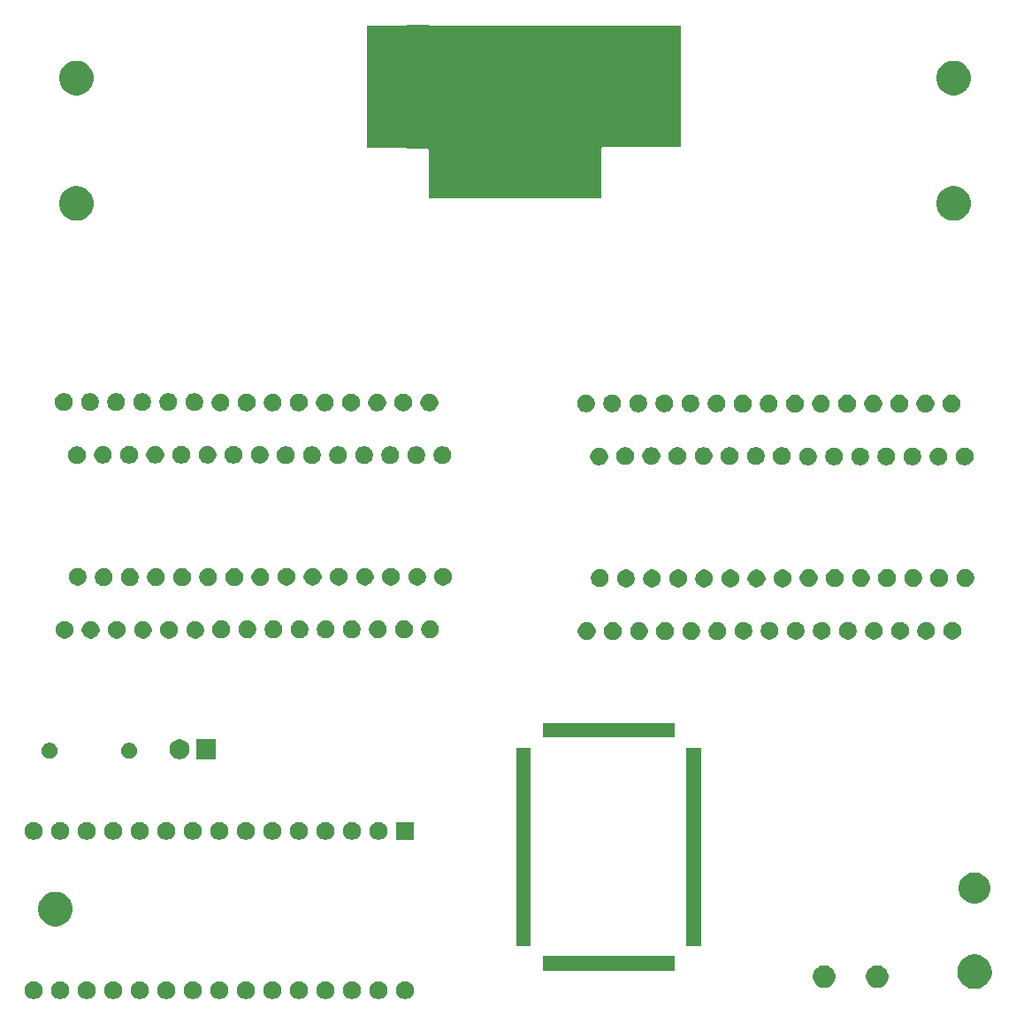
<source format=gbr>
G04 #@! TF.GenerationSoftware,KiCad,Pcbnew,(5.1.5)-3*
G04 #@! TF.CreationDate,2020-07-14T13:35:51-04:00*
G04 #@! TF.ProjectId,dmf_relay_board,646d665f-7265-46c6-9179-5f626f617264,rev?*
G04 #@! TF.SameCoordinates,Original*
G04 #@! TF.FileFunction,Soldermask,Top*
G04 #@! TF.FilePolarity,Negative*
%FSLAX46Y46*%
G04 Gerber Fmt 4.6, Leading zero omitted, Abs format (unit mm)*
G04 Created by KiCad (PCBNEW (5.1.5)-3) date 2020-07-14 13:35:51*
%MOMM*%
%LPD*%
G04 APERTURE LIST*
%ADD10C,0.100000*%
G04 APERTURE END LIST*
D10*
G36*
X151695728Y-145485703D02*
G01*
X151850600Y-145549853D01*
X151989981Y-145642985D01*
X152108515Y-145761519D01*
X152201647Y-145900900D01*
X152265797Y-146055772D01*
X152298500Y-146220184D01*
X152298500Y-146387816D01*
X152265797Y-146552228D01*
X152201647Y-146707100D01*
X152108515Y-146846481D01*
X151989981Y-146965015D01*
X151850600Y-147058147D01*
X151695728Y-147122297D01*
X151531316Y-147155000D01*
X151363684Y-147155000D01*
X151199272Y-147122297D01*
X151044400Y-147058147D01*
X150905019Y-146965015D01*
X150786485Y-146846481D01*
X150693353Y-146707100D01*
X150629203Y-146552228D01*
X150596500Y-146387816D01*
X150596500Y-146220184D01*
X150629203Y-146055772D01*
X150693353Y-145900900D01*
X150786485Y-145761519D01*
X150905019Y-145642985D01*
X151044400Y-145549853D01*
X151199272Y-145485703D01*
X151363684Y-145453000D01*
X151531316Y-145453000D01*
X151695728Y-145485703D01*
G37*
G36*
X136455728Y-145485703D02*
G01*
X136610600Y-145549853D01*
X136749981Y-145642985D01*
X136868515Y-145761519D01*
X136961647Y-145900900D01*
X137025797Y-146055772D01*
X137058500Y-146220184D01*
X137058500Y-146387816D01*
X137025797Y-146552228D01*
X136961647Y-146707100D01*
X136868515Y-146846481D01*
X136749981Y-146965015D01*
X136610600Y-147058147D01*
X136455728Y-147122297D01*
X136291316Y-147155000D01*
X136123684Y-147155000D01*
X135959272Y-147122297D01*
X135804400Y-147058147D01*
X135665019Y-146965015D01*
X135546485Y-146846481D01*
X135453353Y-146707100D01*
X135389203Y-146552228D01*
X135356500Y-146387816D01*
X135356500Y-146220184D01*
X135389203Y-146055772D01*
X135453353Y-145900900D01*
X135546485Y-145761519D01*
X135665019Y-145642985D01*
X135804400Y-145549853D01*
X135959272Y-145485703D01*
X136123684Y-145453000D01*
X136291316Y-145453000D01*
X136455728Y-145485703D01*
G37*
G36*
X118675728Y-145485703D02*
G01*
X118830600Y-145549853D01*
X118969981Y-145642985D01*
X119088515Y-145761519D01*
X119181647Y-145900900D01*
X119245797Y-146055772D01*
X119278500Y-146220184D01*
X119278500Y-146387816D01*
X119245797Y-146552228D01*
X119181647Y-146707100D01*
X119088515Y-146846481D01*
X118969981Y-146965015D01*
X118830600Y-147058147D01*
X118675728Y-147122297D01*
X118511316Y-147155000D01*
X118343684Y-147155000D01*
X118179272Y-147122297D01*
X118024400Y-147058147D01*
X117885019Y-146965015D01*
X117766485Y-146846481D01*
X117673353Y-146707100D01*
X117609203Y-146552228D01*
X117576500Y-146387816D01*
X117576500Y-146220184D01*
X117609203Y-146055772D01*
X117673353Y-145900900D01*
X117766485Y-145761519D01*
X117885019Y-145642985D01*
X118024400Y-145549853D01*
X118179272Y-145485703D01*
X118343684Y-145453000D01*
X118511316Y-145453000D01*
X118675728Y-145485703D01*
G37*
G36*
X121215728Y-145485703D02*
G01*
X121370600Y-145549853D01*
X121509981Y-145642985D01*
X121628515Y-145761519D01*
X121721647Y-145900900D01*
X121785797Y-146055772D01*
X121818500Y-146220184D01*
X121818500Y-146387816D01*
X121785797Y-146552228D01*
X121721647Y-146707100D01*
X121628515Y-146846481D01*
X121509981Y-146965015D01*
X121370600Y-147058147D01*
X121215728Y-147122297D01*
X121051316Y-147155000D01*
X120883684Y-147155000D01*
X120719272Y-147122297D01*
X120564400Y-147058147D01*
X120425019Y-146965015D01*
X120306485Y-146846481D01*
X120213353Y-146707100D01*
X120149203Y-146552228D01*
X120116500Y-146387816D01*
X120116500Y-146220184D01*
X120149203Y-146055772D01*
X120213353Y-145900900D01*
X120306485Y-145761519D01*
X120425019Y-145642985D01*
X120564400Y-145549853D01*
X120719272Y-145485703D01*
X120883684Y-145453000D01*
X121051316Y-145453000D01*
X121215728Y-145485703D01*
G37*
G36*
X123755728Y-145485703D02*
G01*
X123910600Y-145549853D01*
X124049981Y-145642985D01*
X124168515Y-145761519D01*
X124261647Y-145900900D01*
X124325797Y-146055772D01*
X124358500Y-146220184D01*
X124358500Y-146387816D01*
X124325797Y-146552228D01*
X124261647Y-146707100D01*
X124168515Y-146846481D01*
X124049981Y-146965015D01*
X123910600Y-147058147D01*
X123755728Y-147122297D01*
X123591316Y-147155000D01*
X123423684Y-147155000D01*
X123259272Y-147122297D01*
X123104400Y-147058147D01*
X122965019Y-146965015D01*
X122846485Y-146846481D01*
X122753353Y-146707100D01*
X122689203Y-146552228D01*
X122656500Y-146387816D01*
X122656500Y-146220184D01*
X122689203Y-146055772D01*
X122753353Y-145900900D01*
X122846485Y-145761519D01*
X122965019Y-145642985D01*
X123104400Y-145549853D01*
X123259272Y-145485703D01*
X123423684Y-145453000D01*
X123591316Y-145453000D01*
X123755728Y-145485703D01*
G37*
G36*
X126295728Y-145485703D02*
G01*
X126450600Y-145549853D01*
X126589981Y-145642985D01*
X126708515Y-145761519D01*
X126801647Y-145900900D01*
X126865797Y-146055772D01*
X126898500Y-146220184D01*
X126898500Y-146387816D01*
X126865797Y-146552228D01*
X126801647Y-146707100D01*
X126708515Y-146846481D01*
X126589981Y-146965015D01*
X126450600Y-147058147D01*
X126295728Y-147122297D01*
X126131316Y-147155000D01*
X125963684Y-147155000D01*
X125799272Y-147122297D01*
X125644400Y-147058147D01*
X125505019Y-146965015D01*
X125386485Y-146846481D01*
X125293353Y-146707100D01*
X125229203Y-146552228D01*
X125196500Y-146387816D01*
X125196500Y-146220184D01*
X125229203Y-146055772D01*
X125293353Y-145900900D01*
X125386485Y-145761519D01*
X125505019Y-145642985D01*
X125644400Y-145549853D01*
X125799272Y-145485703D01*
X125963684Y-145453000D01*
X126131316Y-145453000D01*
X126295728Y-145485703D01*
G37*
G36*
X128835728Y-145485703D02*
G01*
X128990600Y-145549853D01*
X129129981Y-145642985D01*
X129248515Y-145761519D01*
X129341647Y-145900900D01*
X129405797Y-146055772D01*
X129438500Y-146220184D01*
X129438500Y-146387816D01*
X129405797Y-146552228D01*
X129341647Y-146707100D01*
X129248515Y-146846481D01*
X129129981Y-146965015D01*
X128990600Y-147058147D01*
X128835728Y-147122297D01*
X128671316Y-147155000D01*
X128503684Y-147155000D01*
X128339272Y-147122297D01*
X128184400Y-147058147D01*
X128045019Y-146965015D01*
X127926485Y-146846481D01*
X127833353Y-146707100D01*
X127769203Y-146552228D01*
X127736500Y-146387816D01*
X127736500Y-146220184D01*
X127769203Y-146055772D01*
X127833353Y-145900900D01*
X127926485Y-145761519D01*
X128045019Y-145642985D01*
X128184400Y-145549853D01*
X128339272Y-145485703D01*
X128503684Y-145453000D01*
X128671316Y-145453000D01*
X128835728Y-145485703D01*
G37*
G36*
X131375728Y-145485703D02*
G01*
X131530600Y-145549853D01*
X131669981Y-145642985D01*
X131788515Y-145761519D01*
X131881647Y-145900900D01*
X131945797Y-146055772D01*
X131978500Y-146220184D01*
X131978500Y-146387816D01*
X131945797Y-146552228D01*
X131881647Y-146707100D01*
X131788515Y-146846481D01*
X131669981Y-146965015D01*
X131530600Y-147058147D01*
X131375728Y-147122297D01*
X131211316Y-147155000D01*
X131043684Y-147155000D01*
X130879272Y-147122297D01*
X130724400Y-147058147D01*
X130585019Y-146965015D01*
X130466485Y-146846481D01*
X130373353Y-146707100D01*
X130309203Y-146552228D01*
X130276500Y-146387816D01*
X130276500Y-146220184D01*
X130309203Y-146055772D01*
X130373353Y-145900900D01*
X130466485Y-145761519D01*
X130585019Y-145642985D01*
X130724400Y-145549853D01*
X130879272Y-145485703D01*
X131043684Y-145453000D01*
X131211316Y-145453000D01*
X131375728Y-145485703D01*
G37*
G36*
X138995728Y-145485703D02*
G01*
X139150600Y-145549853D01*
X139289981Y-145642985D01*
X139408515Y-145761519D01*
X139501647Y-145900900D01*
X139565797Y-146055772D01*
X139598500Y-146220184D01*
X139598500Y-146387816D01*
X139565797Y-146552228D01*
X139501647Y-146707100D01*
X139408515Y-146846481D01*
X139289981Y-146965015D01*
X139150600Y-147058147D01*
X138995728Y-147122297D01*
X138831316Y-147155000D01*
X138663684Y-147155000D01*
X138499272Y-147122297D01*
X138344400Y-147058147D01*
X138205019Y-146965015D01*
X138086485Y-146846481D01*
X137993353Y-146707100D01*
X137929203Y-146552228D01*
X137896500Y-146387816D01*
X137896500Y-146220184D01*
X137929203Y-146055772D01*
X137993353Y-145900900D01*
X138086485Y-145761519D01*
X138205019Y-145642985D01*
X138344400Y-145549853D01*
X138499272Y-145485703D01*
X138663684Y-145453000D01*
X138831316Y-145453000D01*
X138995728Y-145485703D01*
G37*
G36*
X133915728Y-145485703D02*
G01*
X134070600Y-145549853D01*
X134209981Y-145642985D01*
X134328515Y-145761519D01*
X134421647Y-145900900D01*
X134485797Y-146055772D01*
X134518500Y-146220184D01*
X134518500Y-146387816D01*
X134485797Y-146552228D01*
X134421647Y-146707100D01*
X134328515Y-146846481D01*
X134209981Y-146965015D01*
X134070600Y-147058147D01*
X133915728Y-147122297D01*
X133751316Y-147155000D01*
X133583684Y-147155000D01*
X133419272Y-147122297D01*
X133264400Y-147058147D01*
X133125019Y-146965015D01*
X133006485Y-146846481D01*
X132913353Y-146707100D01*
X132849203Y-146552228D01*
X132816500Y-146387816D01*
X132816500Y-146220184D01*
X132849203Y-146055772D01*
X132913353Y-145900900D01*
X133006485Y-145761519D01*
X133125019Y-145642985D01*
X133264400Y-145549853D01*
X133419272Y-145485703D01*
X133583684Y-145453000D01*
X133751316Y-145453000D01*
X133915728Y-145485703D01*
G37*
G36*
X116135728Y-145485703D02*
G01*
X116290600Y-145549853D01*
X116429981Y-145642985D01*
X116548515Y-145761519D01*
X116641647Y-145900900D01*
X116705797Y-146055772D01*
X116738500Y-146220184D01*
X116738500Y-146387816D01*
X116705797Y-146552228D01*
X116641647Y-146707100D01*
X116548515Y-146846481D01*
X116429981Y-146965015D01*
X116290600Y-147058147D01*
X116135728Y-147122297D01*
X115971316Y-147155000D01*
X115803684Y-147155000D01*
X115639272Y-147122297D01*
X115484400Y-147058147D01*
X115345019Y-146965015D01*
X115226485Y-146846481D01*
X115133353Y-146707100D01*
X115069203Y-146552228D01*
X115036500Y-146387816D01*
X115036500Y-146220184D01*
X115069203Y-146055772D01*
X115133353Y-145900900D01*
X115226485Y-145761519D01*
X115345019Y-145642985D01*
X115484400Y-145549853D01*
X115639272Y-145485703D01*
X115803684Y-145453000D01*
X115971316Y-145453000D01*
X116135728Y-145485703D01*
G37*
G36*
X149155728Y-145485703D02*
G01*
X149310600Y-145549853D01*
X149449981Y-145642985D01*
X149568515Y-145761519D01*
X149661647Y-145900900D01*
X149725797Y-146055772D01*
X149758500Y-146220184D01*
X149758500Y-146387816D01*
X149725797Y-146552228D01*
X149661647Y-146707100D01*
X149568515Y-146846481D01*
X149449981Y-146965015D01*
X149310600Y-147058147D01*
X149155728Y-147122297D01*
X148991316Y-147155000D01*
X148823684Y-147155000D01*
X148659272Y-147122297D01*
X148504400Y-147058147D01*
X148365019Y-146965015D01*
X148246485Y-146846481D01*
X148153353Y-146707100D01*
X148089203Y-146552228D01*
X148056500Y-146387816D01*
X148056500Y-146220184D01*
X148089203Y-146055772D01*
X148153353Y-145900900D01*
X148246485Y-145761519D01*
X148365019Y-145642985D01*
X148504400Y-145549853D01*
X148659272Y-145485703D01*
X148823684Y-145453000D01*
X148991316Y-145453000D01*
X149155728Y-145485703D01*
G37*
G36*
X144075728Y-145485703D02*
G01*
X144230600Y-145549853D01*
X144369981Y-145642985D01*
X144488515Y-145761519D01*
X144581647Y-145900900D01*
X144645797Y-146055772D01*
X144678500Y-146220184D01*
X144678500Y-146387816D01*
X144645797Y-146552228D01*
X144581647Y-146707100D01*
X144488515Y-146846481D01*
X144369981Y-146965015D01*
X144230600Y-147058147D01*
X144075728Y-147122297D01*
X143911316Y-147155000D01*
X143743684Y-147155000D01*
X143579272Y-147122297D01*
X143424400Y-147058147D01*
X143285019Y-146965015D01*
X143166485Y-146846481D01*
X143073353Y-146707100D01*
X143009203Y-146552228D01*
X142976500Y-146387816D01*
X142976500Y-146220184D01*
X143009203Y-146055772D01*
X143073353Y-145900900D01*
X143166485Y-145761519D01*
X143285019Y-145642985D01*
X143424400Y-145549853D01*
X143579272Y-145485703D01*
X143743684Y-145453000D01*
X143911316Y-145453000D01*
X144075728Y-145485703D01*
G37*
G36*
X141535728Y-145485703D02*
G01*
X141690600Y-145549853D01*
X141829981Y-145642985D01*
X141948515Y-145761519D01*
X142041647Y-145900900D01*
X142105797Y-146055772D01*
X142138500Y-146220184D01*
X142138500Y-146387816D01*
X142105797Y-146552228D01*
X142041647Y-146707100D01*
X141948515Y-146846481D01*
X141829981Y-146965015D01*
X141690600Y-147058147D01*
X141535728Y-147122297D01*
X141371316Y-147155000D01*
X141203684Y-147155000D01*
X141039272Y-147122297D01*
X140884400Y-147058147D01*
X140745019Y-146965015D01*
X140626485Y-146846481D01*
X140533353Y-146707100D01*
X140469203Y-146552228D01*
X140436500Y-146387816D01*
X140436500Y-146220184D01*
X140469203Y-146055772D01*
X140533353Y-145900900D01*
X140626485Y-145761519D01*
X140745019Y-145642985D01*
X140884400Y-145549853D01*
X141039272Y-145485703D01*
X141203684Y-145453000D01*
X141371316Y-145453000D01*
X141535728Y-145485703D01*
G37*
G36*
X146615728Y-145485703D02*
G01*
X146770600Y-145549853D01*
X146909981Y-145642985D01*
X147028515Y-145761519D01*
X147121647Y-145900900D01*
X147185797Y-146055772D01*
X147218500Y-146220184D01*
X147218500Y-146387816D01*
X147185797Y-146552228D01*
X147121647Y-146707100D01*
X147028515Y-146846481D01*
X146909981Y-146965015D01*
X146770600Y-147058147D01*
X146615728Y-147122297D01*
X146451316Y-147155000D01*
X146283684Y-147155000D01*
X146119272Y-147122297D01*
X145964400Y-147058147D01*
X145825019Y-146965015D01*
X145706485Y-146846481D01*
X145613353Y-146707100D01*
X145549203Y-146552228D01*
X145516500Y-146387816D01*
X145516500Y-146220184D01*
X145549203Y-146055772D01*
X145613353Y-145900900D01*
X145706485Y-145761519D01*
X145825019Y-145642985D01*
X145964400Y-145549853D01*
X146119272Y-145485703D01*
X146283684Y-145453000D01*
X146451316Y-145453000D01*
X146615728Y-145485703D01*
G37*
G36*
X206348756Y-142927298D02*
G01*
X206455079Y-142948447D01*
X206755542Y-143072903D01*
X207025951Y-143253585D01*
X207255915Y-143483549D01*
X207436597Y-143753958D01*
X207528149Y-143974983D01*
X207561053Y-144054422D01*
X207614041Y-144320807D01*
X207624500Y-144373391D01*
X207624500Y-144698609D01*
X207561053Y-145017579D01*
X207436597Y-145318042D01*
X207255915Y-145588451D01*
X207025951Y-145818415D01*
X206755542Y-145999097D01*
X206455079Y-146123553D01*
X206348756Y-146144702D01*
X206136111Y-146187000D01*
X205810889Y-146187000D01*
X205598244Y-146144702D01*
X205491921Y-146123553D01*
X205191458Y-145999097D01*
X204921049Y-145818415D01*
X204691085Y-145588451D01*
X204510403Y-145318042D01*
X204385947Y-145017579D01*
X204322500Y-144698609D01*
X204322500Y-144373391D01*
X204332960Y-144320807D01*
X204385947Y-144054422D01*
X204418852Y-143974983D01*
X204510403Y-143753958D01*
X204691085Y-143483549D01*
X204921049Y-143253585D01*
X205191458Y-143072903D01*
X205491921Y-142948447D01*
X205598244Y-142927298D01*
X205810889Y-142885000D01*
X206136111Y-142885000D01*
X206348756Y-142927298D01*
G37*
G36*
X191895811Y-143974983D02*
G01*
X192087592Y-144054422D01*
X192089994Y-144055417D01*
X192264753Y-144172187D01*
X192413373Y-144320807D01*
X192530143Y-144495566D01*
X192530144Y-144495568D01*
X192610577Y-144689749D01*
X192651580Y-144895888D01*
X192651580Y-145106072D01*
X192610577Y-145312211D01*
X192552260Y-145453000D01*
X192530143Y-145506394D01*
X192413373Y-145681153D01*
X192264753Y-145829773D01*
X192089994Y-145946543D01*
X192089993Y-145946544D01*
X192089992Y-145946544D01*
X191895811Y-146026977D01*
X191689672Y-146067980D01*
X191479488Y-146067980D01*
X191273349Y-146026977D01*
X191079168Y-145946544D01*
X191079167Y-145946544D01*
X191079166Y-145946543D01*
X190904407Y-145829773D01*
X190755787Y-145681153D01*
X190639017Y-145506394D01*
X190616900Y-145453000D01*
X190558583Y-145312211D01*
X190517580Y-145106072D01*
X190517580Y-144895888D01*
X190558583Y-144689749D01*
X190639016Y-144495568D01*
X190639017Y-144495566D01*
X190755787Y-144320807D01*
X190904407Y-144172187D01*
X191079166Y-144055417D01*
X191081568Y-144054422D01*
X191273349Y-143974983D01*
X191479488Y-143933980D01*
X191689672Y-143933980D01*
X191895811Y-143974983D01*
G37*
G36*
X196975811Y-143974983D02*
G01*
X197167592Y-144054422D01*
X197169994Y-144055417D01*
X197344753Y-144172187D01*
X197493373Y-144320807D01*
X197610143Y-144495566D01*
X197610144Y-144495568D01*
X197690577Y-144689749D01*
X197731580Y-144895888D01*
X197731580Y-145106072D01*
X197690577Y-145312211D01*
X197632260Y-145453000D01*
X197610143Y-145506394D01*
X197493373Y-145681153D01*
X197344753Y-145829773D01*
X197169994Y-145946543D01*
X197169993Y-145946544D01*
X197169992Y-145946544D01*
X196975811Y-146026977D01*
X196769672Y-146067980D01*
X196559488Y-146067980D01*
X196353349Y-146026977D01*
X196159168Y-145946544D01*
X196159167Y-145946544D01*
X196159166Y-145946543D01*
X195984407Y-145829773D01*
X195835787Y-145681153D01*
X195719017Y-145506394D01*
X195696900Y-145453000D01*
X195638583Y-145312211D01*
X195597580Y-145106072D01*
X195597580Y-144895888D01*
X195638583Y-144689749D01*
X195719016Y-144495568D01*
X195719017Y-144495566D01*
X195835787Y-144320807D01*
X195984407Y-144172187D01*
X196159166Y-144055417D01*
X196161568Y-144054422D01*
X196353349Y-143974983D01*
X196559488Y-143933980D01*
X196769672Y-143933980D01*
X196975811Y-143974983D01*
G37*
G36*
X177243000Y-144439000D02*
G01*
X164641000Y-144439000D01*
X164641000Y-143037000D01*
X177243000Y-143037000D01*
X177243000Y-144439000D01*
G37*
G36*
X179793000Y-142089000D02*
G01*
X178391000Y-142089000D01*
X178391000Y-123087000D01*
X179793000Y-123087000D01*
X179793000Y-142089000D01*
G37*
G36*
X163493000Y-142089000D02*
G01*
X162091000Y-142089000D01*
X162091000Y-123087000D01*
X163493000Y-123087000D01*
X163493000Y-142089000D01*
G37*
G36*
X118348756Y-136927298D02*
G01*
X118455079Y-136948447D01*
X118755542Y-137072903D01*
X119025951Y-137253585D01*
X119255915Y-137483549D01*
X119436597Y-137753958D01*
X119561053Y-138054421D01*
X119624500Y-138373391D01*
X119624500Y-138698609D01*
X119561053Y-139017579D01*
X119436597Y-139318042D01*
X119255915Y-139588451D01*
X119025951Y-139818415D01*
X118755542Y-139999097D01*
X118455079Y-140123553D01*
X118348756Y-140144702D01*
X118136111Y-140187000D01*
X117810889Y-140187000D01*
X117598244Y-140144702D01*
X117491921Y-140123553D01*
X117191458Y-139999097D01*
X116921049Y-139818415D01*
X116691085Y-139588451D01*
X116510403Y-139318042D01*
X116385947Y-139017579D01*
X116322500Y-138698609D01*
X116322500Y-138373391D01*
X116385947Y-138054421D01*
X116510403Y-137753958D01*
X116691085Y-137483549D01*
X116921049Y-137253585D01*
X117191458Y-137072903D01*
X117491921Y-136948447D01*
X117598244Y-136927298D01*
X117810889Y-136885000D01*
X118136111Y-136885000D01*
X118348756Y-136927298D01*
G37*
G36*
X206411034Y-135093643D02*
G01*
X206684015Y-135206716D01*
X206684017Y-135206717D01*
X206807690Y-135289353D01*
X206929693Y-135370873D01*
X207138627Y-135579807D01*
X207302784Y-135825485D01*
X207415857Y-136098466D01*
X207473500Y-136388262D01*
X207473500Y-136683738D01*
X207415857Y-136973534D01*
X207302784Y-137246515D01*
X207302783Y-137246517D01*
X207220147Y-137370190D01*
X207144403Y-137483549D01*
X207138626Y-137492194D01*
X206929694Y-137701126D01*
X206684017Y-137865283D01*
X206684016Y-137865284D01*
X206684015Y-137865284D01*
X206411034Y-137978357D01*
X206121238Y-138036000D01*
X205825762Y-138036000D01*
X205535966Y-137978357D01*
X205262985Y-137865284D01*
X205262984Y-137865284D01*
X205262983Y-137865283D01*
X205017306Y-137701126D01*
X204808374Y-137492194D01*
X204802598Y-137483549D01*
X204726853Y-137370190D01*
X204644217Y-137246517D01*
X204644216Y-137246515D01*
X204531143Y-136973534D01*
X204473500Y-136683738D01*
X204473500Y-136388262D01*
X204531143Y-136098466D01*
X204644216Y-135825485D01*
X204808373Y-135579807D01*
X205017307Y-135370873D01*
X205139310Y-135289353D01*
X205262983Y-135206717D01*
X205262985Y-135206716D01*
X205535966Y-135093643D01*
X205825762Y-135036000D01*
X206121238Y-135036000D01*
X206411034Y-135093643D01*
G37*
G36*
X152298500Y-131915000D02*
G01*
X150596500Y-131915000D01*
X150596500Y-130213000D01*
X152298500Y-130213000D01*
X152298500Y-131915000D01*
G37*
G36*
X149155728Y-130245703D02*
G01*
X149310600Y-130309853D01*
X149449981Y-130402985D01*
X149568515Y-130521519D01*
X149661647Y-130660900D01*
X149725797Y-130815772D01*
X149758500Y-130980184D01*
X149758500Y-131147816D01*
X149725797Y-131312228D01*
X149661647Y-131467100D01*
X149568515Y-131606481D01*
X149449981Y-131725015D01*
X149310600Y-131818147D01*
X149155728Y-131882297D01*
X148991316Y-131915000D01*
X148823684Y-131915000D01*
X148659272Y-131882297D01*
X148504400Y-131818147D01*
X148365019Y-131725015D01*
X148246485Y-131606481D01*
X148153353Y-131467100D01*
X148089203Y-131312228D01*
X148056500Y-131147816D01*
X148056500Y-130980184D01*
X148089203Y-130815772D01*
X148153353Y-130660900D01*
X148246485Y-130521519D01*
X148365019Y-130402985D01*
X148504400Y-130309853D01*
X148659272Y-130245703D01*
X148823684Y-130213000D01*
X148991316Y-130213000D01*
X149155728Y-130245703D01*
G37*
G36*
X146615728Y-130245703D02*
G01*
X146770600Y-130309853D01*
X146909981Y-130402985D01*
X147028515Y-130521519D01*
X147121647Y-130660900D01*
X147185797Y-130815772D01*
X147218500Y-130980184D01*
X147218500Y-131147816D01*
X147185797Y-131312228D01*
X147121647Y-131467100D01*
X147028515Y-131606481D01*
X146909981Y-131725015D01*
X146770600Y-131818147D01*
X146615728Y-131882297D01*
X146451316Y-131915000D01*
X146283684Y-131915000D01*
X146119272Y-131882297D01*
X145964400Y-131818147D01*
X145825019Y-131725015D01*
X145706485Y-131606481D01*
X145613353Y-131467100D01*
X145549203Y-131312228D01*
X145516500Y-131147816D01*
X145516500Y-130980184D01*
X145549203Y-130815772D01*
X145613353Y-130660900D01*
X145706485Y-130521519D01*
X145825019Y-130402985D01*
X145964400Y-130309853D01*
X146119272Y-130245703D01*
X146283684Y-130213000D01*
X146451316Y-130213000D01*
X146615728Y-130245703D01*
G37*
G36*
X144075728Y-130245703D02*
G01*
X144230600Y-130309853D01*
X144369981Y-130402985D01*
X144488515Y-130521519D01*
X144581647Y-130660900D01*
X144645797Y-130815772D01*
X144678500Y-130980184D01*
X144678500Y-131147816D01*
X144645797Y-131312228D01*
X144581647Y-131467100D01*
X144488515Y-131606481D01*
X144369981Y-131725015D01*
X144230600Y-131818147D01*
X144075728Y-131882297D01*
X143911316Y-131915000D01*
X143743684Y-131915000D01*
X143579272Y-131882297D01*
X143424400Y-131818147D01*
X143285019Y-131725015D01*
X143166485Y-131606481D01*
X143073353Y-131467100D01*
X143009203Y-131312228D01*
X142976500Y-131147816D01*
X142976500Y-130980184D01*
X143009203Y-130815772D01*
X143073353Y-130660900D01*
X143166485Y-130521519D01*
X143285019Y-130402985D01*
X143424400Y-130309853D01*
X143579272Y-130245703D01*
X143743684Y-130213000D01*
X143911316Y-130213000D01*
X144075728Y-130245703D01*
G37*
G36*
X141535728Y-130245703D02*
G01*
X141690600Y-130309853D01*
X141829981Y-130402985D01*
X141948515Y-130521519D01*
X142041647Y-130660900D01*
X142105797Y-130815772D01*
X142138500Y-130980184D01*
X142138500Y-131147816D01*
X142105797Y-131312228D01*
X142041647Y-131467100D01*
X141948515Y-131606481D01*
X141829981Y-131725015D01*
X141690600Y-131818147D01*
X141535728Y-131882297D01*
X141371316Y-131915000D01*
X141203684Y-131915000D01*
X141039272Y-131882297D01*
X140884400Y-131818147D01*
X140745019Y-131725015D01*
X140626485Y-131606481D01*
X140533353Y-131467100D01*
X140469203Y-131312228D01*
X140436500Y-131147816D01*
X140436500Y-130980184D01*
X140469203Y-130815772D01*
X140533353Y-130660900D01*
X140626485Y-130521519D01*
X140745019Y-130402985D01*
X140884400Y-130309853D01*
X141039272Y-130245703D01*
X141203684Y-130213000D01*
X141371316Y-130213000D01*
X141535728Y-130245703D01*
G37*
G36*
X138995728Y-130245703D02*
G01*
X139150600Y-130309853D01*
X139289981Y-130402985D01*
X139408515Y-130521519D01*
X139501647Y-130660900D01*
X139565797Y-130815772D01*
X139598500Y-130980184D01*
X139598500Y-131147816D01*
X139565797Y-131312228D01*
X139501647Y-131467100D01*
X139408515Y-131606481D01*
X139289981Y-131725015D01*
X139150600Y-131818147D01*
X138995728Y-131882297D01*
X138831316Y-131915000D01*
X138663684Y-131915000D01*
X138499272Y-131882297D01*
X138344400Y-131818147D01*
X138205019Y-131725015D01*
X138086485Y-131606481D01*
X137993353Y-131467100D01*
X137929203Y-131312228D01*
X137896500Y-131147816D01*
X137896500Y-130980184D01*
X137929203Y-130815772D01*
X137993353Y-130660900D01*
X138086485Y-130521519D01*
X138205019Y-130402985D01*
X138344400Y-130309853D01*
X138499272Y-130245703D01*
X138663684Y-130213000D01*
X138831316Y-130213000D01*
X138995728Y-130245703D01*
G37*
G36*
X128835728Y-130245703D02*
G01*
X128990600Y-130309853D01*
X129129981Y-130402985D01*
X129248515Y-130521519D01*
X129341647Y-130660900D01*
X129405797Y-130815772D01*
X129438500Y-130980184D01*
X129438500Y-131147816D01*
X129405797Y-131312228D01*
X129341647Y-131467100D01*
X129248515Y-131606481D01*
X129129981Y-131725015D01*
X128990600Y-131818147D01*
X128835728Y-131882297D01*
X128671316Y-131915000D01*
X128503684Y-131915000D01*
X128339272Y-131882297D01*
X128184400Y-131818147D01*
X128045019Y-131725015D01*
X127926485Y-131606481D01*
X127833353Y-131467100D01*
X127769203Y-131312228D01*
X127736500Y-131147816D01*
X127736500Y-130980184D01*
X127769203Y-130815772D01*
X127833353Y-130660900D01*
X127926485Y-130521519D01*
X128045019Y-130402985D01*
X128184400Y-130309853D01*
X128339272Y-130245703D01*
X128503684Y-130213000D01*
X128671316Y-130213000D01*
X128835728Y-130245703D01*
G37*
G36*
X133915728Y-130245703D02*
G01*
X134070600Y-130309853D01*
X134209981Y-130402985D01*
X134328515Y-130521519D01*
X134421647Y-130660900D01*
X134485797Y-130815772D01*
X134518500Y-130980184D01*
X134518500Y-131147816D01*
X134485797Y-131312228D01*
X134421647Y-131467100D01*
X134328515Y-131606481D01*
X134209981Y-131725015D01*
X134070600Y-131818147D01*
X133915728Y-131882297D01*
X133751316Y-131915000D01*
X133583684Y-131915000D01*
X133419272Y-131882297D01*
X133264400Y-131818147D01*
X133125019Y-131725015D01*
X133006485Y-131606481D01*
X132913353Y-131467100D01*
X132849203Y-131312228D01*
X132816500Y-131147816D01*
X132816500Y-130980184D01*
X132849203Y-130815772D01*
X132913353Y-130660900D01*
X133006485Y-130521519D01*
X133125019Y-130402985D01*
X133264400Y-130309853D01*
X133419272Y-130245703D01*
X133583684Y-130213000D01*
X133751316Y-130213000D01*
X133915728Y-130245703D01*
G37*
G36*
X131375728Y-130245703D02*
G01*
X131530600Y-130309853D01*
X131669981Y-130402985D01*
X131788515Y-130521519D01*
X131881647Y-130660900D01*
X131945797Y-130815772D01*
X131978500Y-130980184D01*
X131978500Y-131147816D01*
X131945797Y-131312228D01*
X131881647Y-131467100D01*
X131788515Y-131606481D01*
X131669981Y-131725015D01*
X131530600Y-131818147D01*
X131375728Y-131882297D01*
X131211316Y-131915000D01*
X131043684Y-131915000D01*
X130879272Y-131882297D01*
X130724400Y-131818147D01*
X130585019Y-131725015D01*
X130466485Y-131606481D01*
X130373353Y-131467100D01*
X130309203Y-131312228D01*
X130276500Y-131147816D01*
X130276500Y-130980184D01*
X130309203Y-130815772D01*
X130373353Y-130660900D01*
X130466485Y-130521519D01*
X130585019Y-130402985D01*
X130724400Y-130309853D01*
X130879272Y-130245703D01*
X131043684Y-130213000D01*
X131211316Y-130213000D01*
X131375728Y-130245703D01*
G37*
G36*
X126295728Y-130245703D02*
G01*
X126450600Y-130309853D01*
X126589981Y-130402985D01*
X126708515Y-130521519D01*
X126801647Y-130660900D01*
X126865797Y-130815772D01*
X126898500Y-130980184D01*
X126898500Y-131147816D01*
X126865797Y-131312228D01*
X126801647Y-131467100D01*
X126708515Y-131606481D01*
X126589981Y-131725015D01*
X126450600Y-131818147D01*
X126295728Y-131882297D01*
X126131316Y-131915000D01*
X125963684Y-131915000D01*
X125799272Y-131882297D01*
X125644400Y-131818147D01*
X125505019Y-131725015D01*
X125386485Y-131606481D01*
X125293353Y-131467100D01*
X125229203Y-131312228D01*
X125196500Y-131147816D01*
X125196500Y-130980184D01*
X125229203Y-130815772D01*
X125293353Y-130660900D01*
X125386485Y-130521519D01*
X125505019Y-130402985D01*
X125644400Y-130309853D01*
X125799272Y-130245703D01*
X125963684Y-130213000D01*
X126131316Y-130213000D01*
X126295728Y-130245703D01*
G37*
G36*
X136455728Y-130245703D02*
G01*
X136610600Y-130309853D01*
X136749981Y-130402985D01*
X136868515Y-130521519D01*
X136961647Y-130660900D01*
X137025797Y-130815772D01*
X137058500Y-130980184D01*
X137058500Y-131147816D01*
X137025797Y-131312228D01*
X136961647Y-131467100D01*
X136868515Y-131606481D01*
X136749981Y-131725015D01*
X136610600Y-131818147D01*
X136455728Y-131882297D01*
X136291316Y-131915000D01*
X136123684Y-131915000D01*
X135959272Y-131882297D01*
X135804400Y-131818147D01*
X135665019Y-131725015D01*
X135546485Y-131606481D01*
X135453353Y-131467100D01*
X135389203Y-131312228D01*
X135356500Y-131147816D01*
X135356500Y-130980184D01*
X135389203Y-130815772D01*
X135453353Y-130660900D01*
X135546485Y-130521519D01*
X135665019Y-130402985D01*
X135804400Y-130309853D01*
X135959272Y-130245703D01*
X136123684Y-130213000D01*
X136291316Y-130213000D01*
X136455728Y-130245703D01*
G37*
G36*
X116135728Y-130245703D02*
G01*
X116290600Y-130309853D01*
X116429981Y-130402985D01*
X116548515Y-130521519D01*
X116641647Y-130660900D01*
X116705797Y-130815772D01*
X116738500Y-130980184D01*
X116738500Y-131147816D01*
X116705797Y-131312228D01*
X116641647Y-131467100D01*
X116548515Y-131606481D01*
X116429981Y-131725015D01*
X116290600Y-131818147D01*
X116135728Y-131882297D01*
X115971316Y-131915000D01*
X115803684Y-131915000D01*
X115639272Y-131882297D01*
X115484400Y-131818147D01*
X115345019Y-131725015D01*
X115226485Y-131606481D01*
X115133353Y-131467100D01*
X115069203Y-131312228D01*
X115036500Y-131147816D01*
X115036500Y-130980184D01*
X115069203Y-130815772D01*
X115133353Y-130660900D01*
X115226485Y-130521519D01*
X115345019Y-130402985D01*
X115484400Y-130309853D01*
X115639272Y-130245703D01*
X115803684Y-130213000D01*
X115971316Y-130213000D01*
X116135728Y-130245703D01*
G37*
G36*
X118675728Y-130245703D02*
G01*
X118830600Y-130309853D01*
X118969981Y-130402985D01*
X119088515Y-130521519D01*
X119181647Y-130660900D01*
X119245797Y-130815772D01*
X119278500Y-130980184D01*
X119278500Y-131147816D01*
X119245797Y-131312228D01*
X119181647Y-131467100D01*
X119088515Y-131606481D01*
X118969981Y-131725015D01*
X118830600Y-131818147D01*
X118675728Y-131882297D01*
X118511316Y-131915000D01*
X118343684Y-131915000D01*
X118179272Y-131882297D01*
X118024400Y-131818147D01*
X117885019Y-131725015D01*
X117766485Y-131606481D01*
X117673353Y-131467100D01*
X117609203Y-131312228D01*
X117576500Y-131147816D01*
X117576500Y-130980184D01*
X117609203Y-130815772D01*
X117673353Y-130660900D01*
X117766485Y-130521519D01*
X117885019Y-130402985D01*
X118024400Y-130309853D01*
X118179272Y-130245703D01*
X118343684Y-130213000D01*
X118511316Y-130213000D01*
X118675728Y-130245703D01*
G37*
G36*
X121215728Y-130245703D02*
G01*
X121370600Y-130309853D01*
X121509981Y-130402985D01*
X121628515Y-130521519D01*
X121721647Y-130660900D01*
X121785797Y-130815772D01*
X121818500Y-130980184D01*
X121818500Y-131147816D01*
X121785797Y-131312228D01*
X121721647Y-131467100D01*
X121628515Y-131606481D01*
X121509981Y-131725015D01*
X121370600Y-131818147D01*
X121215728Y-131882297D01*
X121051316Y-131915000D01*
X120883684Y-131915000D01*
X120719272Y-131882297D01*
X120564400Y-131818147D01*
X120425019Y-131725015D01*
X120306485Y-131606481D01*
X120213353Y-131467100D01*
X120149203Y-131312228D01*
X120116500Y-131147816D01*
X120116500Y-130980184D01*
X120149203Y-130815772D01*
X120213353Y-130660900D01*
X120306485Y-130521519D01*
X120425019Y-130402985D01*
X120564400Y-130309853D01*
X120719272Y-130245703D01*
X120883684Y-130213000D01*
X121051316Y-130213000D01*
X121215728Y-130245703D01*
G37*
G36*
X123755728Y-130245703D02*
G01*
X123910600Y-130309853D01*
X124049981Y-130402985D01*
X124168515Y-130521519D01*
X124261647Y-130660900D01*
X124325797Y-130815772D01*
X124358500Y-130980184D01*
X124358500Y-131147816D01*
X124325797Y-131312228D01*
X124261647Y-131467100D01*
X124168515Y-131606481D01*
X124049981Y-131725015D01*
X123910600Y-131818147D01*
X123755728Y-131882297D01*
X123591316Y-131915000D01*
X123423684Y-131915000D01*
X123259272Y-131882297D01*
X123104400Y-131818147D01*
X122965019Y-131725015D01*
X122846485Y-131606481D01*
X122753353Y-131467100D01*
X122689203Y-131312228D01*
X122656500Y-131147816D01*
X122656500Y-130980184D01*
X122689203Y-130815772D01*
X122753353Y-130660900D01*
X122846485Y-130521519D01*
X122965019Y-130402985D01*
X123104400Y-130309853D01*
X123259272Y-130245703D01*
X123423684Y-130213000D01*
X123591316Y-130213000D01*
X123755728Y-130245703D01*
G37*
G36*
X133348500Y-124204500D02*
G01*
X131446500Y-124204500D01*
X131446500Y-122302500D01*
X133348500Y-122302500D01*
X133348500Y-124204500D01*
G37*
G36*
X130134895Y-122339046D02*
G01*
X130307966Y-122410734D01*
X130307967Y-122410735D01*
X130463727Y-122514810D01*
X130596190Y-122647273D01*
X130596191Y-122647275D01*
X130700266Y-122803034D01*
X130771954Y-122976105D01*
X130808500Y-123159833D01*
X130808500Y-123347167D01*
X130771954Y-123530895D01*
X130700266Y-123703966D01*
X130648581Y-123781318D01*
X130596190Y-123859727D01*
X130463727Y-123992190D01*
X130385318Y-124044581D01*
X130307966Y-124096266D01*
X130134895Y-124167954D01*
X129951167Y-124204500D01*
X129763833Y-124204500D01*
X129580105Y-124167954D01*
X129407034Y-124096266D01*
X129329682Y-124044581D01*
X129251273Y-123992190D01*
X129118810Y-123859727D01*
X129066419Y-123781318D01*
X129014734Y-123703966D01*
X128943046Y-123530895D01*
X128906500Y-123347167D01*
X128906500Y-123159833D01*
X128943046Y-122976105D01*
X129014734Y-122803034D01*
X129118809Y-122647275D01*
X129118810Y-122647273D01*
X129251273Y-122514810D01*
X129407033Y-122410735D01*
X129407034Y-122410734D01*
X129580105Y-122339046D01*
X129763833Y-122302500D01*
X129951167Y-122302500D01*
X130134895Y-122339046D01*
G37*
G36*
X125194820Y-122647273D02*
G01*
X125250559Y-122658360D01*
X125387232Y-122714972D01*
X125510235Y-122797160D01*
X125614840Y-122901765D01*
X125664512Y-122976105D01*
X125697029Y-123024770D01*
X125752974Y-123159833D01*
X125753640Y-123161441D01*
X125782500Y-123306533D01*
X125782500Y-123454467D01*
X125753640Y-123599559D01*
X125697028Y-123736232D01*
X125614840Y-123859235D01*
X125510235Y-123963840D01*
X125387232Y-124046028D01*
X125387231Y-124046029D01*
X125387230Y-124046029D01*
X125250559Y-124102640D01*
X125105468Y-124131500D01*
X124957532Y-124131500D01*
X124812441Y-124102640D01*
X124675770Y-124046029D01*
X124675769Y-124046029D01*
X124675768Y-124046028D01*
X124552765Y-123963840D01*
X124448160Y-123859235D01*
X124365972Y-123736232D01*
X124309360Y-123599559D01*
X124280500Y-123454467D01*
X124280500Y-123306533D01*
X124309360Y-123161441D01*
X124310026Y-123159833D01*
X124365971Y-123024770D01*
X124398488Y-122976105D01*
X124448160Y-122901765D01*
X124552765Y-122797160D01*
X124675768Y-122714972D01*
X124812441Y-122658360D01*
X124868180Y-122647273D01*
X124957532Y-122629500D01*
X125105468Y-122629500D01*
X125194820Y-122647273D01*
G37*
G36*
X117574820Y-122647273D02*
G01*
X117630559Y-122658360D01*
X117767232Y-122714972D01*
X117890235Y-122797160D01*
X117994840Y-122901765D01*
X118044512Y-122976105D01*
X118077029Y-123024770D01*
X118132974Y-123159833D01*
X118133640Y-123161441D01*
X118162500Y-123306533D01*
X118162500Y-123454467D01*
X118133640Y-123599559D01*
X118077028Y-123736232D01*
X117994840Y-123859235D01*
X117890235Y-123963840D01*
X117767232Y-124046028D01*
X117767231Y-124046029D01*
X117767230Y-124046029D01*
X117630559Y-124102640D01*
X117485468Y-124131500D01*
X117337532Y-124131500D01*
X117192441Y-124102640D01*
X117055770Y-124046029D01*
X117055769Y-124046029D01*
X117055768Y-124046028D01*
X116932765Y-123963840D01*
X116828160Y-123859235D01*
X116745972Y-123736232D01*
X116689360Y-123599559D01*
X116660500Y-123454467D01*
X116660500Y-123306533D01*
X116689360Y-123161441D01*
X116690026Y-123159833D01*
X116745971Y-123024770D01*
X116778488Y-122976105D01*
X116828160Y-122901765D01*
X116932765Y-122797160D01*
X117055768Y-122714972D01*
X117192441Y-122658360D01*
X117248180Y-122647273D01*
X117337532Y-122629500D01*
X117485468Y-122629500D01*
X117574820Y-122647273D01*
G37*
G36*
X177243000Y-122139000D02*
G01*
X164641000Y-122139000D01*
X164641000Y-120737000D01*
X177243000Y-120737000D01*
X177243000Y-122139000D01*
G37*
G36*
X181595728Y-111132203D02*
G01*
X181750600Y-111196353D01*
X181889981Y-111289485D01*
X182008515Y-111408019D01*
X182101647Y-111547400D01*
X182165797Y-111702272D01*
X182198500Y-111866684D01*
X182198500Y-112034316D01*
X182165797Y-112198728D01*
X182101647Y-112353600D01*
X182008515Y-112492981D01*
X181889981Y-112611515D01*
X181750600Y-112704647D01*
X181595728Y-112768797D01*
X181431316Y-112801500D01*
X181263684Y-112801500D01*
X181099272Y-112768797D01*
X180944400Y-112704647D01*
X180805019Y-112611515D01*
X180686485Y-112492981D01*
X180593353Y-112353600D01*
X180529203Y-112198728D01*
X180496500Y-112034316D01*
X180496500Y-111866684D01*
X180529203Y-111702272D01*
X180593353Y-111547400D01*
X180686485Y-111408019D01*
X180805019Y-111289485D01*
X180944400Y-111196353D01*
X181099272Y-111132203D01*
X181263684Y-111099500D01*
X181431316Y-111099500D01*
X181595728Y-111132203D01*
G37*
G36*
X176595728Y-111132203D02*
G01*
X176750600Y-111196353D01*
X176889981Y-111289485D01*
X177008515Y-111408019D01*
X177101647Y-111547400D01*
X177165797Y-111702272D01*
X177198500Y-111866684D01*
X177198500Y-112034316D01*
X177165797Y-112198728D01*
X177101647Y-112353600D01*
X177008515Y-112492981D01*
X176889981Y-112611515D01*
X176750600Y-112704647D01*
X176595728Y-112768797D01*
X176431316Y-112801500D01*
X176263684Y-112801500D01*
X176099272Y-112768797D01*
X175944400Y-112704647D01*
X175805019Y-112611515D01*
X175686485Y-112492981D01*
X175593353Y-112353600D01*
X175529203Y-112198728D01*
X175496500Y-112034316D01*
X175496500Y-111866684D01*
X175529203Y-111702272D01*
X175593353Y-111547400D01*
X175686485Y-111408019D01*
X175805019Y-111289485D01*
X175944400Y-111196353D01*
X176099272Y-111132203D01*
X176263684Y-111099500D01*
X176431316Y-111099500D01*
X176595728Y-111132203D01*
G37*
G36*
X174095728Y-111132203D02*
G01*
X174250600Y-111196353D01*
X174389981Y-111289485D01*
X174508515Y-111408019D01*
X174601647Y-111547400D01*
X174665797Y-111702272D01*
X174698500Y-111866684D01*
X174698500Y-112034316D01*
X174665797Y-112198728D01*
X174601647Y-112353600D01*
X174508515Y-112492981D01*
X174389981Y-112611515D01*
X174250600Y-112704647D01*
X174095728Y-112768797D01*
X173931316Y-112801500D01*
X173763684Y-112801500D01*
X173599272Y-112768797D01*
X173444400Y-112704647D01*
X173305019Y-112611515D01*
X173186485Y-112492981D01*
X173093353Y-112353600D01*
X173029203Y-112198728D01*
X172996500Y-112034316D01*
X172996500Y-111866684D01*
X173029203Y-111702272D01*
X173093353Y-111547400D01*
X173186485Y-111408019D01*
X173305019Y-111289485D01*
X173444400Y-111196353D01*
X173599272Y-111132203D01*
X173763684Y-111099500D01*
X173931316Y-111099500D01*
X174095728Y-111132203D01*
G37*
G36*
X169095728Y-111132203D02*
G01*
X169250600Y-111196353D01*
X169389981Y-111289485D01*
X169508515Y-111408019D01*
X169601647Y-111547400D01*
X169665797Y-111702272D01*
X169698500Y-111866684D01*
X169698500Y-112034316D01*
X169665797Y-112198728D01*
X169601647Y-112353600D01*
X169508515Y-112492981D01*
X169389981Y-112611515D01*
X169250600Y-112704647D01*
X169095728Y-112768797D01*
X168931316Y-112801500D01*
X168763684Y-112801500D01*
X168599272Y-112768797D01*
X168444400Y-112704647D01*
X168305019Y-112611515D01*
X168186485Y-112492981D01*
X168093353Y-112353600D01*
X168029203Y-112198728D01*
X167996500Y-112034316D01*
X167996500Y-111866684D01*
X168029203Y-111702272D01*
X168093353Y-111547400D01*
X168186485Y-111408019D01*
X168305019Y-111289485D01*
X168444400Y-111196353D01*
X168599272Y-111132203D01*
X168763684Y-111099500D01*
X168931316Y-111099500D01*
X169095728Y-111132203D01*
G37*
G36*
X179095728Y-111132203D02*
G01*
X179250600Y-111196353D01*
X179389981Y-111289485D01*
X179508515Y-111408019D01*
X179601647Y-111547400D01*
X179665797Y-111702272D01*
X179698500Y-111866684D01*
X179698500Y-112034316D01*
X179665797Y-112198728D01*
X179601647Y-112353600D01*
X179508515Y-112492981D01*
X179389981Y-112611515D01*
X179250600Y-112704647D01*
X179095728Y-112768797D01*
X178931316Y-112801500D01*
X178763684Y-112801500D01*
X178599272Y-112768797D01*
X178444400Y-112704647D01*
X178305019Y-112611515D01*
X178186485Y-112492981D01*
X178093353Y-112353600D01*
X178029203Y-112198728D01*
X177996500Y-112034316D01*
X177996500Y-111866684D01*
X178029203Y-111702272D01*
X178093353Y-111547400D01*
X178186485Y-111408019D01*
X178305019Y-111289485D01*
X178444400Y-111196353D01*
X178599272Y-111132203D01*
X178763684Y-111099500D01*
X178931316Y-111099500D01*
X179095728Y-111132203D01*
G37*
G36*
X171595728Y-111132203D02*
G01*
X171750600Y-111196353D01*
X171889981Y-111289485D01*
X172008515Y-111408019D01*
X172101647Y-111547400D01*
X172165797Y-111702272D01*
X172198500Y-111866684D01*
X172198500Y-112034316D01*
X172165797Y-112198728D01*
X172101647Y-112353600D01*
X172008515Y-112492981D01*
X171889981Y-112611515D01*
X171750600Y-112704647D01*
X171595728Y-112768797D01*
X171431316Y-112801500D01*
X171263684Y-112801500D01*
X171099272Y-112768797D01*
X170944400Y-112704647D01*
X170805019Y-112611515D01*
X170686485Y-112492981D01*
X170593353Y-112353600D01*
X170529203Y-112198728D01*
X170496500Y-112034316D01*
X170496500Y-111866684D01*
X170529203Y-111702272D01*
X170593353Y-111547400D01*
X170686485Y-111408019D01*
X170805019Y-111289485D01*
X170944400Y-111196353D01*
X171099272Y-111132203D01*
X171263684Y-111099500D01*
X171431316Y-111099500D01*
X171595728Y-111132203D01*
G37*
G36*
X189095728Y-111092203D02*
G01*
X189250600Y-111156353D01*
X189389981Y-111249485D01*
X189508515Y-111368019D01*
X189601647Y-111507400D01*
X189665797Y-111662272D01*
X189698500Y-111826684D01*
X189698500Y-111994316D01*
X189665797Y-112158728D01*
X189601647Y-112313600D01*
X189508515Y-112452981D01*
X189389981Y-112571515D01*
X189250600Y-112664647D01*
X189095728Y-112728797D01*
X188931316Y-112761500D01*
X188763684Y-112761500D01*
X188599272Y-112728797D01*
X188444400Y-112664647D01*
X188305019Y-112571515D01*
X188186485Y-112452981D01*
X188093353Y-112313600D01*
X188029203Y-112158728D01*
X187996500Y-111994316D01*
X187996500Y-111826684D01*
X188029203Y-111662272D01*
X188093353Y-111507400D01*
X188186485Y-111368019D01*
X188305019Y-111249485D01*
X188444400Y-111156353D01*
X188599272Y-111092203D01*
X188763684Y-111059500D01*
X188931316Y-111059500D01*
X189095728Y-111092203D01*
G37*
G36*
X194095728Y-111092203D02*
G01*
X194250600Y-111156353D01*
X194389981Y-111249485D01*
X194508515Y-111368019D01*
X194601647Y-111507400D01*
X194665797Y-111662272D01*
X194698500Y-111826684D01*
X194698500Y-111994316D01*
X194665797Y-112158728D01*
X194601647Y-112313600D01*
X194508515Y-112452981D01*
X194389981Y-112571515D01*
X194250600Y-112664647D01*
X194095728Y-112728797D01*
X193931316Y-112761500D01*
X193763684Y-112761500D01*
X193599272Y-112728797D01*
X193444400Y-112664647D01*
X193305019Y-112571515D01*
X193186485Y-112452981D01*
X193093353Y-112313600D01*
X193029203Y-112158728D01*
X192996500Y-111994316D01*
X192996500Y-111826684D01*
X193029203Y-111662272D01*
X193093353Y-111507400D01*
X193186485Y-111368019D01*
X193305019Y-111249485D01*
X193444400Y-111156353D01*
X193599272Y-111092203D01*
X193763684Y-111059500D01*
X193931316Y-111059500D01*
X194095728Y-111092203D01*
G37*
G36*
X196595728Y-111092203D02*
G01*
X196750600Y-111156353D01*
X196889981Y-111249485D01*
X197008515Y-111368019D01*
X197101647Y-111507400D01*
X197165797Y-111662272D01*
X197198500Y-111826684D01*
X197198500Y-111994316D01*
X197165797Y-112158728D01*
X197101647Y-112313600D01*
X197008515Y-112452981D01*
X196889981Y-112571515D01*
X196750600Y-112664647D01*
X196595728Y-112728797D01*
X196431316Y-112761500D01*
X196263684Y-112761500D01*
X196099272Y-112728797D01*
X195944400Y-112664647D01*
X195805019Y-112571515D01*
X195686485Y-112452981D01*
X195593353Y-112313600D01*
X195529203Y-112158728D01*
X195496500Y-111994316D01*
X195496500Y-111826684D01*
X195529203Y-111662272D01*
X195593353Y-111507400D01*
X195686485Y-111368019D01*
X195805019Y-111249485D01*
X195944400Y-111156353D01*
X196099272Y-111092203D01*
X196263684Y-111059500D01*
X196431316Y-111059500D01*
X196595728Y-111092203D01*
G37*
G36*
X199095728Y-111092203D02*
G01*
X199250600Y-111156353D01*
X199389981Y-111249485D01*
X199508515Y-111368019D01*
X199601647Y-111507400D01*
X199665797Y-111662272D01*
X199698500Y-111826684D01*
X199698500Y-111994316D01*
X199665797Y-112158728D01*
X199601647Y-112313600D01*
X199508515Y-112452981D01*
X199389981Y-112571515D01*
X199250600Y-112664647D01*
X199095728Y-112728797D01*
X198931316Y-112761500D01*
X198763684Y-112761500D01*
X198599272Y-112728797D01*
X198444400Y-112664647D01*
X198305019Y-112571515D01*
X198186485Y-112452981D01*
X198093353Y-112313600D01*
X198029203Y-112158728D01*
X197996500Y-111994316D01*
X197996500Y-111826684D01*
X198029203Y-111662272D01*
X198093353Y-111507400D01*
X198186485Y-111368019D01*
X198305019Y-111249485D01*
X198444400Y-111156353D01*
X198599272Y-111092203D01*
X198763684Y-111059500D01*
X198931316Y-111059500D01*
X199095728Y-111092203D01*
G37*
G36*
X201595728Y-111092203D02*
G01*
X201750600Y-111156353D01*
X201889981Y-111249485D01*
X202008515Y-111368019D01*
X202101647Y-111507400D01*
X202165797Y-111662272D01*
X202198500Y-111826684D01*
X202198500Y-111994316D01*
X202165797Y-112158728D01*
X202101647Y-112313600D01*
X202008515Y-112452981D01*
X201889981Y-112571515D01*
X201750600Y-112664647D01*
X201595728Y-112728797D01*
X201431316Y-112761500D01*
X201263684Y-112761500D01*
X201099272Y-112728797D01*
X200944400Y-112664647D01*
X200805019Y-112571515D01*
X200686485Y-112452981D01*
X200593353Y-112313600D01*
X200529203Y-112158728D01*
X200496500Y-111994316D01*
X200496500Y-111826684D01*
X200529203Y-111662272D01*
X200593353Y-111507400D01*
X200686485Y-111368019D01*
X200805019Y-111249485D01*
X200944400Y-111156353D01*
X201099272Y-111092203D01*
X201263684Y-111059500D01*
X201431316Y-111059500D01*
X201595728Y-111092203D01*
G37*
G36*
X204095728Y-111092203D02*
G01*
X204250600Y-111156353D01*
X204389981Y-111249485D01*
X204508515Y-111368019D01*
X204601647Y-111507400D01*
X204665797Y-111662272D01*
X204698500Y-111826684D01*
X204698500Y-111994316D01*
X204665797Y-112158728D01*
X204601647Y-112313600D01*
X204508515Y-112452981D01*
X204389981Y-112571515D01*
X204250600Y-112664647D01*
X204095728Y-112728797D01*
X203931316Y-112761500D01*
X203763684Y-112761500D01*
X203599272Y-112728797D01*
X203444400Y-112664647D01*
X203305019Y-112571515D01*
X203186485Y-112452981D01*
X203093353Y-112313600D01*
X203029203Y-112158728D01*
X202996500Y-111994316D01*
X202996500Y-111826684D01*
X203029203Y-111662272D01*
X203093353Y-111507400D01*
X203186485Y-111368019D01*
X203305019Y-111249485D01*
X203444400Y-111156353D01*
X203599272Y-111092203D01*
X203763684Y-111059500D01*
X203931316Y-111059500D01*
X204095728Y-111092203D01*
G37*
G36*
X191595728Y-111092203D02*
G01*
X191750600Y-111156353D01*
X191889981Y-111249485D01*
X192008515Y-111368019D01*
X192101647Y-111507400D01*
X192165797Y-111662272D01*
X192198500Y-111826684D01*
X192198500Y-111994316D01*
X192165797Y-112158728D01*
X192101647Y-112313600D01*
X192008515Y-112452981D01*
X191889981Y-112571515D01*
X191750600Y-112664647D01*
X191595728Y-112728797D01*
X191431316Y-112761500D01*
X191263684Y-112761500D01*
X191099272Y-112728797D01*
X190944400Y-112664647D01*
X190805019Y-112571515D01*
X190686485Y-112452981D01*
X190593353Y-112313600D01*
X190529203Y-112158728D01*
X190496500Y-111994316D01*
X190496500Y-111826684D01*
X190529203Y-111662272D01*
X190593353Y-111507400D01*
X190686485Y-111368019D01*
X190805019Y-111249485D01*
X190944400Y-111156353D01*
X191099272Y-111092203D01*
X191263684Y-111059500D01*
X191431316Y-111059500D01*
X191595728Y-111092203D01*
G37*
G36*
X186595728Y-111092203D02*
G01*
X186750600Y-111156353D01*
X186889981Y-111249485D01*
X187008515Y-111368019D01*
X187101647Y-111507400D01*
X187165797Y-111662272D01*
X187198500Y-111826684D01*
X187198500Y-111994316D01*
X187165797Y-112158728D01*
X187101647Y-112313600D01*
X187008515Y-112452981D01*
X186889981Y-112571515D01*
X186750600Y-112664647D01*
X186595728Y-112728797D01*
X186431316Y-112761500D01*
X186263684Y-112761500D01*
X186099272Y-112728797D01*
X185944400Y-112664647D01*
X185805019Y-112571515D01*
X185686485Y-112452981D01*
X185593353Y-112313600D01*
X185529203Y-112158728D01*
X185496500Y-111994316D01*
X185496500Y-111826684D01*
X185529203Y-111662272D01*
X185593353Y-111507400D01*
X185686485Y-111368019D01*
X185805019Y-111249485D01*
X185944400Y-111156353D01*
X186099272Y-111092203D01*
X186263684Y-111059500D01*
X186431316Y-111059500D01*
X186595728Y-111092203D01*
G37*
G36*
X184095728Y-111092203D02*
G01*
X184250600Y-111156353D01*
X184389981Y-111249485D01*
X184508515Y-111368019D01*
X184601647Y-111507400D01*
X184665797Y-111662272D01*
X184698500Y-111826684D01*
X184698500Y-111994316D01*
X184665797Y-112158728D01*
X184601647Y-112313600D01*
X184508515Y-112452981D01*
X184389981Y-112571515D01*
X184250600Y-112664647D01*
X184095728Y-112728797D01*
X183931316Y-112761500D01*
X183763684Y-112761500D01*
X183599272Y-112728797D01*
X183444400Y-112664647D01*
X183305019Y-112571515D01*
X183186485Y-112452981D01*
X183093353Y-112313600D01*
X183029203Y-112158728D01*
X182996500Y-111994316D01*
X182996500Y-111826684D01*
X183029203Y-111662272D01*
X183093353Y-111507400D01*
X183186485Y-111368019D01*
X183305019Y-111249485D01*
X183444400Y-111156353D01*
X183599272Y-111092203D01*
X183763684Y-111059500D01*
X183931316Y-111059500D01*
X184095728Y-111092203D01*
G37*
G36*
X126596728Y-111005203D02*
G01*
X126751600Y-111069353D01*
X126890981Y-111162485D01*
X127009515Y-111281019D01*
X127102647Y-111420400D01*
X127166797Y-111575272D01*
X127199500Y-111739684D01*
X127199500Y-111907316D01*
X127166797Y-112071728D01*
X127102647Y-112226600D01*
X127009515Y-112365981D01*
X126890981Y-112484515D01*
X126751600Y-112577647D01*
X126596728Y-112641797D01*
X126432316Y-112674500D01*
X126264684Y-112674500D01*
X126100272Y-112641797D01*
X125945400Y-112577647D01*
X125806019Y-112484515D01*
X125687485Y-112365981D01*
X125594353Y-112226600D01*
X125530203Y-112071728D01*
X125497500Y-111907316D01*
X125497500Y-111739684D01*
X125530203Y-111575272D01*
X125594353Y-111420400D01*
X125687485Y-111281019D01*
X125806019Y-111162485D01*
X125945400Y-111069353D01*
X126100272Y-111005203D01*
X126264684Y-110972500D01*
X126432316Y-110972500D01*
X126596728Y-111005203D01*
G37*
G36*
X119096728Y-111005203D02*
G01*
X119251600Y-111069353D01*
X119390981Y-111162485D01*
X119509515Y-111281019D01*
X119602647Y-111420400D01*
X119666797Y-111575272D01*
X119699500Y-111739684D01*
X119699500Y-111907316D01*
X119666797Y-112071728D01*
X119602647Y-112226600D01*
X119509515Y-112365981D01*
X119390981Y-112484515D01*
X119251600Y-112577647D01*
X119096728Y-112641797D01*
X118932316Y-112674500D01*
X118764684Y-112674500D01*
X118600272Y-112641797D01*
X118445400Y-112577647D01*
X118306019Y-112484515D01*
X118187485Y-112365981D01*
X118094353Y-112226600D01*
X118030203Y-112071728D01*
X117997500Y-111907316D01*
X117997500Y-111739684D01*
X118030203Y-111575272D01*
X118094353Y-111420400D01*
X118187485Y-111281019D01*
X118306019Y-111162485D01*
X118445400Y-111069353D01*
X118600272Y-111005203D01*
X118764684Y-110972500D01*
X118932316Y-110972500D01*
X119096728Y-111005203D01*
G37*
G36*
X121596728Y-111005203D02*
G01*
X121751600Y-111069353D01*
X121890981Y-111162485D01*
X122009515Y-111281019D01*
X122102647Y-111420400D01*
X122166797Y-111575272D01*
X122199500Y-111739684D01*
X122199500Y-111907316D01*
X122166797Y-112071728D01*
X122102647Y-112226600D01*
X122009515Y-112365981D01*
X121890981Y-112484515D01*
X121751600Y-112577647D01*
X121596728Y-112641797D01*
X121432316Y-112674500D01*
X121264684Y-112674500D01*
X121100272Y-112641797D01*
X120945400Y-112577647D01*
X120806019Y-112484515D01*
X120687485Y-112365981D01*
X120594353Y-112226600D01*
X120530203Y-112071728D01*
X120497500Y-111907316D01*
X120497500Y-111739684D01*
X120530203Y-111575272D01*
X120594353Y-111420400D01*
X120687485Y-111281019D01*
X120806019Y-111162485D01*
X120945400Y-111069353D01*
X121100272Y-111005203D01*
X121264684Y-110972500D01*
X121432316Y-110972500D01*
X121596728Y-111005203D01*
G37*
G36*
X129096728Y-111005203D02*
G01*
X129251600Y-111069353D01*
X129390981Y-111162485D01*
X129509515Y-111281019D01*
X129602647Y-111420400D01*
X129666797Y-111575272D01*
X129699500Y-111739684D01*
X129699500Y-111907316D01*
X129666797Y-112071728D01*
X129602647Y-112226600D01*
X129509515Y-112365981D01*
X129390981Y-112484515D01*
X129251600Y-112577647D01*
X129096728Y-112641797D01*
X128932316Y-112674500D01*
X128764684Y-112674500D01*
X128600272Y-112641797D01*
X128445400Y-112577647D01*
X128306019Y-112484515D01*
X128187485Y-112365981D01*
X128094353Y-112226600D01*
X128030203Y-112071728D01*
X127997500Y-111907316D01*
X127997500Y-111739684D01*
X128030203Y-111575272D01*
X128094353Y-111420400D01*
X128187485Y-111281019D01*
X128306019Y-111162485D01*
X128445400Y-111069353D01*
X128600272Y-111005203D01*
X128764684Y-110972500D01*
X128932316Y-110972500D01*
X129096728Y-111005203D01*
G37*
G36*
X131596728Y-111005203D02*
G01*
X131751600Y-111069353D01*
X131890981Y-111162485D01*
X132009515Y-111281019D01*
X132102647Y-111420400D01*
X132166797Y-111575272D01*
X132199500Y-111739684D01*
X132199500Y-111907316D01*
X132166797Y-112071728D01*
X132102647Y-112226600D01*
X132009515Y-112365981D01*
X131890981Y-112484515D01*
X131751600Y-112577647D01*
X131596728Y-112641797D01*
X131432316Y-112674500D01*
X131264684Y-112674500D01*
X131100272Y-112641797D01*
X130945400Y-112577647D01*
X130806019Y-112484515D01*
X130687485Y-112365981D01*
X130594353Y-112226600D01*
X130530203Y-112071728D01*
X130497500Y-111907316D01*
X130497500Y-111739684D01*
X130530203Y-111575272D01*
X130594353Y-111420400D01*
X130687485Y-111281019D01*
X130806019Y-111162485D01*
X130945400Y-111069353D01*
X131100272Y-111005203D01*
X131264684Y-110972500D01*
X131432316Y-110972500D01*
X131596728Y-111005203D01*
G37*
G36*
X124096728Y-111005203D02*
G01*
X124251600Y-111069353D01*
X124390981Y-111162485D01*
X124509515Y-111281019D01*
X124602647Y-111420400D01*
X124666797Y-111575272D01*
X124699500Y-111739684D01*
X124699500Y-111907316D01*
X124666797Y-112071728D01*
X124602647Y-112226600D01*
X124509515Y-112365981D01*
X124390981Y-112484515D01*
X124251600Y-112577647D01*
X124096728Y-112641797D01*
X123932316Y-112674500D01*
X123764684Y-112674500D01*
X123600272Y-112641797D01*
X123445400Y-112577647D01*
X123306019Y-112484515D01*
X123187485Y-112365981D01*
X123094353Y-112226600D01*
X123030203Y-112071728D01*
X122997500Y-111907316D01*
X122997500Y-111739684D01*
X123030203Y-111575272D01*
X123094353Y-111420400D01*
X123187485Y-111281019D01*
X123306019Y-111162485D01*
X123445400Y-111069353D01*
X123600272Y-111005203D01*
X123764684Y-110972500D01*
X123932316Y-110972500D01*
X124096728Y-111005203D01*
G37*
G36*
X136596728Y-110965203D02*
G01*
X136751600Y-111029353D01*
X136890981Y-111122485D01*
X137009515Y-111241019D01*
X137102647Y-111380400D01*
X137166797Y-111535272D01*
X137199500Y-111699684D01*
X137199500Y-111867316D01*
X137166797Y-112031728D01*
X137102647Y-112186600D01*
X137009515Y-112325981D01*
X136890981Y-112444515D01*
X136751600Y-112537647D01*
X136596728Y-112601797D01*
X136432316Y-112634500D01*
X136264684Y-112634500D01*
X136100272Y-112601797D01*
X135945400Y-112537647D01*
X135806019Y-112444515D01*
X135687485Y-112325981D01*
X135594353Y-112186600D01*
X135530203Y-112031728D01*
X135497500Y-111867316D01*
X135497500Y-111699684D01*
X135530203Y-111535272D01*
X135594353Y-111380400D01*
X135687485Y-111241019D01*
X135806019Y-111122485D01*
X135945400Y-111029353D01*
X136100272Y-110965203D01*
X136264684Y-110932500D01*
X136432316Y-110932500D01*
X136596728Y-110965203D01*
G37*
G36*
X146596728Y-110965203D02*
G01*
X146751600Y-111029353D01*
X146890981Y-111122485D01*
X147009515Y-111241019D01*
X147102647Y-111380400D01*
X147166797Y-111535272D01*
X147199500Y-111699684D01*
X147199500Y-111867316D01*
X147166797Y-112031728D01*
X147102647Y-112186600D01*
X147009515Y-112325981D01*
X146890981Y-112444515D01*
X146751600Y-112537647D01*
X146596728Y-112601797D01*
X146432316Y-112634500D01*
X146264684Y-112634500D01*
X146100272Y-112601797D01*
X145945400Y-112537647D01*
X145806019Y-112444515D01*
X145687485Y-112325981D01*
X145594353Y-112186600D01*
X145530203Y-112031728D01*
X145497500Y-111867316D01*
X145497500Y-111699684D01*
X145530203Y-111535272D01*
X145594353Y-111380400D01*
X145687485Y-111241019D01*
X145806019Y-111122485D01*
X145945400Y-111029353D01*
X146100272Y-110965203D01*
X146264684Y-110932500D01*
X146432316Y-110932500D01*
X146596728Y-110965203D01*
G37*
G36*
X149096728Y-110965203D02*
G01*
X149251600Y-111029353D01*
X149390981Y-111122485D01*
X149509515Y-111241019D01*
X149602647Y-111380400D01*
X149666797Y-111535272D01*
X149699500Y-111699684D01*
X149699500Y-111867316D01*
X149666797Y-112031728D01*
X149602647Y-112186600D01*
X149509515Y-112325981D01*
X149390981Y-112444515D01*
X149251600Y-112537647D01*
X149096728Y-112601797D01*
X148932316Y-112634500D01*
X148764684Y-112634500D01*
X148600272Y-112601797D01*
X148445400Y-112537647D01*
X148306019Y-112444515D01*
X148187485Y-112325981D01*
X148094353Y-112186600D01*
X148030203Y-112031728D01*
X147997500Y-111867316D01*
X147997500Y-111699684D01*
X148030203Y-111535272D01*
X148094353Y-111380400D01*
X148187485Y-111241019D01*
X148306019Y-111122485D01*
X148445400Y-111029353D01*
X148600272Y-110965203D01*
X148764684Y-110932500D01*
X148932316Y-110932500D01*
X149096728Y-110965203D01*
G37*
G36*
X151596728Y-110965203D02*
G01*
X151751600Y-111029353D01*
X151890981Y-111122485D01*
X152009515Y-111241019D01*
X152102647Y-111380400D01*
X152166797Y-111535272D01*
X152199500Y-111699684D01*
X152199500Y-111867316D01*
X152166797Y-112031728D01*
X152102647Y-112186600D01*
X152009515Y-112325981D01*
X151890981Y-112444515D01*
X151751600Y-112537647D01*
X151596728Y-112601797D01*
X151432316Y-112634500D01*
X151264684Y-112634500D01*
X151100272Y-112601797D01*
X150945400Y-112537647D01*
X150806019Y-112444515D01*
X150687485Y-112325981D01*
X150594353Y-112186600D01*
X150530203Y-112031728D01*
X150497500Y-111867316D01*
X150497500Y-111699684D01*
X150530203Y-111535272D01*
X150594353Y-111380400D01*
X150687485Y-111241019D01*
X150806019Y-111122485D01*
X150945400Y-111029353D01*
X151100272Y-110965203D01*
X151264684Y-110932500D01*
X151432316Y-110932500D01*
X151596728Y-110965203D01*
G37*
G36*
X154096728Y-110965203D02*
G01*
X154251600Y-111029353D01*
X154390981Y-111122485D01*
X154509515Y-111241019D01*
X154602647Y-111380400D01*
X154666797Y-111535272D01*
X154699500Y-111699684D01*
X154699500Y-111867316D01*
X154666797Y-112031728D01*
X154602647Y-112186600D01*
X154509515Y-112325981D01*
X154390981Y-112444515D01*
X154251600Y-112537647D01*
X154096728Y-112601797D01*
X153932316Y-112634500D01*
X153764684Y-112634500D01*
X153600272Y-112601797D01*
X153445400Y-112537647D01*
X153306019Y-112444515D01*
X153187485Y-112325981D01*
X153094353Y-112186600D01*
X153030203Y-112031728D01*
X152997500Y-111867316D01*
X152997500Y-111699684D01*
X153030203Y-111535272D01*
X153094353Y-111380400D01*
X153187485Y-111241019D01*
X153306019Y-111122485D01*
X153445400Y-111029353D01*
X153600272Y-110965203D01*
X153764684Y-110932500D01*
X153932316Y-110932500D01*
X154096728Y-110965203D01*
G37*
G36*
X134096728Y-110965203D02*
G01*
X134251600Y-111029353D01*
X134390981Y-111122485D01*
X134509515Y-111241019D01*
X134602647Y-111380400D01*
X134666797Y-111535272D01*
X134699500Y-111699684D01*
X134699500Y-111867316D01*
X134666797Y-112031728D01*
X134602647Y-112186600D01*
X134509515Y-112325981D01*
X134390981Y-112444515D01*
X134251600Y-112537647D01*
X134096728Y-112601797D01*
X133932316Y-112634500D01*
X133764684Y-112634500D01*
X133600272Y-112601797D01*
X133445400Y-112537647D01*
X133306019Y-112444515D01*
X133187485Y-112325981D01*
X133094353Y-112186600D01*
X133030203Y-112031728D01*
X132997500Y-111867316D01*
X132997500Y-111699684D01*
X133030203Y-111535272D01*
X133094353Y-111380400D01*
X133187485Y-111241019D01*
X133306019Y-111122485D01*
X133445400Y-111029353D01*
X133600272Y-110965203D01*
X133764684Y-110932500D01*
X133932316Y-110932500D01*
X134096728Y-110965203D01*
G37*
G36*
X141596728Y-110965203D02*
G01*
X141751600Y-111029353D01*
X141890981Y-111122485D01*
X142009515Y-111241019D01*
X142102647Y-111380400D01*
X142166797Y-111535272D01*
X142199500Y-111699684D01*
X142199500Y-111867316D01*
X142166797Y-112031728D01*
X142102647Y-112186600D01*
X142009515Y-112325981D01*
X141890981Y-112444515D01*
X141751600Y-112537647D01*
X141596728Y-112601797D01*
X141432316Y-112634500D01*
X141264684Y-112634500D01*
X141100272Y-112601797D01*
X140945400Y-112537647D01*
X140806019Y-112444515D01*
X140687485Y-112325981D01*
X140594353Y-112186600D01*
X140530203Y-112031728D01*
X140497500Y-111867316D01*
X140497500Y-111699684D01*
X140530203Y-111535272D01*
X140594353Y-111380400D01*
X140687485Y-111241019D01*
X140806019Y-111122485D01*
X140945400Y-111029353D01*
X141100272Y-110965203D01*
X141264684Y-110932500D01*
X141432316Y-110932500D01*
X141596728Y-110965203D01*
G37*
G36*
X139096728Y-110965203D02*
G01*
X139251600Y-111029353D01*
X139390981Y-111122485D01*
X139509515Y-111241019D01*
X139602647Y-111380400D01*
X139666797Y-111535272D01*
X139699500Y-111699684D01*
X139699500Y-111867316D01*
X139666797Y-112031728D01*
X139602647Y-112186600D01*
X139509515Y-112325981D01*
X139390981Y-112444515D01*
X139251600Y-112537647D01*
X139096728Y-112601797D01*
X138932316Y-112634500D01*
X138764684Y-112634500D01*
X138600272Y-112601797D01*
X138445400Y-112537647D01*
X138306019Y-112444515D01*
X138187485Y-112325981D01*
X138094353Y-112186600D01*
X138030203Y-112031728D01*
X137997500Y-111867316D01*
X137997500Y-111699684D01*
X138030203Y-111535272D01*
X138094353Y-111380400D01*
X138187485Y-111241019D01*
X138306019Y-111122485D01*
X138445400Y-111029353D01*
X138600272Y-110965203D01*
X138764684Y-110932500D01*
X138932316Y-110932500D01*
X139096728Y-110965203D01*
G37*
G36*
X144096728Y-110965203D02*
G01*
X144251600Y-111029353D01*
X144390981Y-111122485D01*
X144509515Y-111241019D01*
X144602647Y-111380400D01*
X144666797Y-111535272D01*
X144699500Y-111699684D01*
X144699500Y-111867316D01*
X144666797Y-112031728D01*
X144602647Y-112186600D01*
X144509515Y-112325981D01*
X144390981Y-112444515D01*
X144251600Y-112537647D01*
X144096728Y-112601797D01*
X143932316Y-112634500D01*
X143764684Y-112634500D01*
X143600272Y-112601797D01*
X143445400Y-112537647D01*
X143306019Y-112444515D01*
X143187485Y-112325981D01*
X143094353Y-112186600D01*
X143030203Y-112031728D01*
X142997500Y-111867316D01*
X142997500Y-111699684D01*
X143030203Y-111535272D01*
X143094353Y-111380400D01*
X143187485Y-111241019D01*
X143306019Y-111122485D01*
X143445400Y-111029353D01*
X143600272Y-110965203D01*
X143764684Y-110932500D01*
X143932316Y-110932500D01*
X144096728Y-110965203D01*
G37*
G36*
X177845728Y-106092203D02*
G01*
X178000600Y-106156353D01*
X178139981Y-106249485D01*
X178258515Y-106368019D01*
X178351647Y-106507400D01*
X178415797Y-106662272D01*
X178448500Y-106826684D01*
X178448500Y-106994316D01*
X178415797Y-107158728D01*
X178351647Y-107313600D01*
X178258515Y-107452981D01*
X178139981Y-107571515D01*
X178000600Y-107664647D01*
X177845728Y-107728797D01*
X177681316Y-107761500D01*
X177513684Y-107761500D01*
X177349272Y-107728797D01*
X177194400Y-107664647D01*
X177055019Y-107571515D01*
X176936485Y-107452981D01*
X176843353Y-107313600D01*
X176779203Y-107158728D01*
X176746500Y-106994316D01*
X176746500Y-106826684D01*
X176779203Y-106662272D01*
X176843353Y-106507400D01*
X176936485Y-106368019D01*
X177055019Y-106249485D01*
X177194400Y-106156353D01*
X177349272Y-106092203D01*
X177513684Y-106059500D01*
X177681316Y-106059500D01*
X177845728Y-106092203D01*
G37*
G36*
X180345728Y-106092203D02*
G01*
X180500600Y-106156353D01*
X180639981Y-106249485D01*
X180758515Y-106368019D01*
X180851647Y-106507400D01*
X180915797Y-106662272D01*
X180948500Y-106826684D01*
X180948500Y-106994316D01*
X180915797Y-107158728D01*
X180851647Y-107313600D01*
X180758515Y-107452981D01*
X180639981Y-107571515D01*
X180500600Y-107664647D01*
X180345728Y-107728797D01*
X180181316Y-107761500D01*
X180013684Y-107761500D01*
X179849272Y-107728797D01*
X179694400Y-107664647D01*
X179555019Y-107571515D01*
X179436485Y-107452981D01*
X179343353Y-107313600D01*
X179279203Y-107158728D01*
X179246500Y-106994316D01*
X179246500Y-106826684D01*
X179279203Y-106662272D01*
X179343353Y-106507400D01*
X179436485Y-106368019D01*
X179555019Y-106249485D01*
X179694400Y-106156353D01*
X179849272Y-106092203D01*
X180013684Y-106059500D01*
X180181316Y-106059500D01*
X180345728Y-106092203D01*
G37*
G36*
X172845728Y-106092203D02*
G01*
X173000600Y-106156353D01*
X173139981Y-106249485D01*
X173258515Y-106368019D01*
X173351647Y-106507400D01*
X173415797Y-106662272D01*
X173448500Y-106826684D01*
X173448500Y-106994316D01*
X173415797Y-107158728D01*
X173351647Y-107313600D01*
X173258515Y-107452981D01*
X173139981Y-107571515D01*
X173000600Y-107664647D01*
X172845728Y-107728797D01*
X172681316Y-107761500D01*
X172513684Y-107761500D01*
X172349272Y-107728797D01*
X172194400Y-107664647D01*
X172055019Y-107571515D01*
X171936485Y-107452981D01*
X171843353Y-107313600D01*
X171779203Y-107158728D01*
X171746500Y-106994316D01*
X171746500Y-106826684D01*
X171779203Y-106662272D01*
X171843353Y-106507400D01*
X171936485Y-106368019D01*
X172055019Y-106249485D01*
X172194400Y-106156353D01*
X172349272Y-106092203D01*
X172513684Y-106059500D01*
X172681316Y-106059500D01*
X172845728Y-106092203D01*
G37*
G36*
X175345728Y-106092203D02*
G01*
X175500600Y-106156353D01*
X175639981Y-106249485D01*
X175758515Y-106368019D01*
X175851647Y-106507400D01*
X175915797Y-106662272D01*
X175948500Y-106826684D01*
X175948500Y-106994316D01*
X175915797Y-107158728D01*
X175851647Y-107313600D01*
X175758515Y-107452981D01*
X175639981Y-107571515D01*
X175500600Y-107664647D01*
X175345728Y-107728797D01*
X175181316Y-107761500D01*
X175013684Y-107761500D01*
X174849272Y-107728797D01*
X174694400Y-107664647D01*
X174555019Y-107571515D01*
X174436485Y-107452981D01*
X174343353Y-107313600D01*
X174279203Y-107158728D01*
X174246500Y-106994316D01*
X174246500Y-106826684D01*
X174279203Y-106662272D01*
X174343353Y-106507400D01*
X174436485Y-106368019D01*
X174555019Y-106249485D01*
X174694400Y-106156353D01*
X174849272Y-106092203D01*
X175013684Y-106059500D01*
X175181316Y-106059500D01*
X175345728Y-106092203D01*
G37*
G36*
X182845728Y-106092203D02*
G01*
X183000600Y-106156353D01*
X183139981Y-106249485D01*
X183258515Y-106368019D01*
X183351647Y-106507400D01*
X183415797Y-106662272D01*
X183448500Y-106826684D01*
X183448500Y-106994316D01*
X183415797Y-107158728D01*
X183351647Y-107313600D01*
X183258515Y-107452981D01*
X183139981Y-107571515D01*
X183000600Y-107664647D01*
X182845728Y-107728797D01*
X182681316Y-107761500D01*
X182513684Y-107761500D01*
X182349272Y-107728797D01*
X182194400Y-107664647D01*
X182055019Y-107571515D01*
X181936485Y-107452981D01*
X181843353Y-107313600D01*
X181779203Y-107158728D01*
X181746500Y-106994316D01*
X181746500Y-106826684D01*
X181779203Y-106662272D01*
X181843353Y-106507400D01*
X181936485Y-106368019D01*
X182055019Y-106249485D01*
X182194400Y-106156353D01*
X182349272Y-106092203D01*
X182513684Y-106059500D01*
X182681316Y-106059500D01*
X182845728Y-106092203D01*
G37*
G36*
X185345728Y-106092203D02*
G01*
X185500600Y-106156353D01*
X185639981Y-106249485D01*
X185758515Y-106368019D01*
X185851647Y-106507400D01*
X185915797Y-106662272D01*
X185948500Y-106826684D01*
X185948500Y-106994316D01*
X185915797Y-107158728D01*
X185851647Y-107313600D01*
X185758515Y-107452981D01*
X185639981Y-107571515D01*
X185500600Y-107664647D01*
X185345728Y-107728797D01*
X185181316Y-107761500D01*
X185013684Y-107761500D01*
X184849272Y-107728797D01*
X184694400Y-107664647D01*
X184555019Y-107571515D01*
X184436485Y-107452981D01*
X184343353Y-107313600D01*
X184279203Y-107158728D01*
X184246500Y-106994316D01*
X184246500Y-106826684D01*
X184279203Y-106662272D01*
X184343353Y-106507400D01*
X184436485Y-106368019D01*
X184555019Y-106249485D01*
X184694400Y-106156353D01*
X184849272Y-106092203D01*
X185013684Y-106059500D01*
X185181316Y-106059500D01*
X185345728Y-106092203D01*
G37*
G36*
X187845728Y-106092203D02*
G01*
X188000600Y-106156353D01*
X188139981Y-106249485D01*
X188258515Y-106368019D01*
X188351647Y-106507400D01*
X188415797Y-106662272D01*
X188448500Y-106826684D01*
X188448500Y-106994316D01*
X188415797Y-107158728D01*
X188351647Y-107313600D01*
X188258515Y-107452981D01*
X188139981Y-107571515D01*
X188000600Y-107664647D01*
X187845728Y-107728797D01*
X187681316Y-107761500D01*
X187513684Y-107761500D01*
X187349272Y-107728797D01*
X187194400Y-107664647D01*
X187055019Y-107571515D01*
X186936485Y-107452981D01*
X186843353Y-107313600D01*
X186779203Y-107158728D01*
X186746500Y-106994316D01*
X186746500Y-106826684D01*
X186779203Y-106662272D01*
X186843353Y-106507400D01*
X186936485Y-106368019D01*
X187055019Y-106249485D01*
X187194400Y-106156353D01*
X187349272Y-106092203D01*
X187513684Y-106059500D01*
X187681316Y-106059500D01*
X187845728Y-106092203D01*
G37*
G36*
X170345728Y-106052203D02*
G01*
X170500600Y-106116353D01*
X170639981Y-106209485D01*
X170758515Y-106328019D01*
X170851647Y-106467400D01*
X170915797Y-106622272D01*
X170948500Y-106786684D01*
X170948500Y-106954316D01*
X170915797Y-107118728D01*
X170851647Y-107273600D01*
X170758515Y-107412981D01*
X170639981Y-107531515D01*
X170500600Y-107624647D01*
X170345728Y-107688797D01*
X170181316Y-107721500D01*
X170013684Y-107721500D01*
X169849272Y-107688797D01*
X169694400Y-107624647D01*
X169555019Y-107531515D01*
X169436485Y-107412981D01*
X169343353Y-107273600D01*
X169279203Y-107118728D01*
X169246500Y-106954316D01*
X169246500Y-106786684D01*
X169279203Y-106622272D01*
X169343353Y-106467400D01*
X169436485Y-106328019D01*
X169555019Y-106209485D01*
X169694400Y-106116353D01*
X169849272Y-106052203D01*
X170013684Y-106019500D01*
X170181316Y-106019500D01*
X170345728Y-106052203D01*
G37*
G36*
X202845728Y-106052203D02*
G01*
X203000600Y-106116353D01*
X203139981Y-106209485D01*
X203258515Y-106328019D01*
X203351647Y-106467400D01*
X203415797Y-106622272D01*
X203448500Y-106786684D01*
X203448500Y-106954316D01*
X203415797Y-107118728D01*
X203351647Y-107273600D01*
X203258515Y-107412981D01*
X203139981Y-107531515D01*
X203000600Y-107624647D01*
X202845728Y-107688797D01*
X202681316Y-107721500D01*
X202513684Y-107721500D01*
X202349272Y-107688797D01*
X202194400Y-107624647D01*
X202055019Y-107531515D01*
X201936485Y-107412981D01*
X201843353Y-107273600D01*
X201779203Y-107118728D01*
X201746500Y-106954316D01*
X201746500Y-106786684D01*
X201779203Y-106622272D01*
X201843353Y-106467400D01*
X201936485Y-106328019D01*
X202055019Y-106209485D01*
X202194400Y-106116353D01*
X202349272Y-106052203D01*
X202513684Y-106019500D01*
X202681316Y-106019500D01*
X202845728Y-106052203D01*
G37*
G36*
X200345728Y-106052203D02*
G01*
X200500600Y-106116353D01*
X200639981Y-106209485D01*
X200758515Y-106328019D01*
X200851647Y-106467400D01*
X200915797Y-106622272D01*
X200948500Y-106786684D01*
X200948500Y-106954316D01*
X200915797Y-107118728D01*
X200851647Y-107273600D01*
X200758515Y-107412981D01*
X200639981Y-107531515D01*
X200500600Y-107624647D01*
X200345728Y-107688797D01*
X200181316Y-107721500D01*
X200013684Y-107721500D01*
X199849272Y-107688797D01*
X199694400Y-107624647D01*
X199555019Y-107531515D01*
X199436485Y-107412981D01*
X199343353Y-107273600D01*
X199279203Y-107118728D01*
X199246500Y-106954316D01*
X199246500Y-106786684D01*
X199279203Y-106622272D01*
X199343353Y-106467400D01*
X199436485Y-106328019D01*
X199555019Y-106209485D01*
X199694400Y-106116353D01*
X199849272Y-106052203D01*
X200013684Y-106019500D01*
X200181316Y-106019500D01*
X200345728Y-106052203D01*
G37*
G36*
X197845728Y-106052203D02*
G01*
X198000600Y-106116353D01*
X198139981Y-106209485D01*
X198258515Y-106328019D01*
X198351647Y-106467400D01*
X198415797Y-106622272D01*
X198448500Y-106786684D01*
X198448500Y-106954316D01*
X198415797Y-107118728D01*
X198351647Y-107273600D01*
X198258515Y-107412981D01*
X198139981Y-107531515D01*
X198000600Y-107624647D01*
X197845728Y-107688797D01*
X197681316Y-107721500D01*
X197513684Y-107721500D01*
X197349272Y-107688797D01*
X197194400Y-107624647D01*
X197055019Y-107531515D01*
X196936485Y-107412981D01*
X196843353Y-107273600D01*
X196779203Y-107118728D01*
X196746500Y-106954316D01*
X196746500Y-106786684D01*
X196779203Y-106622272D01*
X196843353Y-106467400D01*
X196936485Y-106328019D01*
X197055019Y-106209485D01*
X197194400Y-106116353D01*
X197349272Y-106052203D01*
X197513684Y-106019500D01*
X197681316Y-106019500D01*
X197845728Y-106052203D01*
G37*
G36*
X192845728Y-106052203D02*
G01*
X193000600Y-106116353D01*
X193139981Y-106209485D01*
X193258515Y-106328019D01*
X193351647Y-106467400D01*
X193415797Y-106622272D01*
X193448500Y-106786684D01*
X193448500Y-106954316D01*
X193415797Y-107118728D01*
X193351647Y-107273600D01*
X193258515Y-107412981D01*
X193139981Y-107531515D01*
X193000600Y-107624647D01*
X192845728Y-107688797D01*
X192681316Y-107721500D01*
X192513684Y-107721500D01*
X192349272Y-107688797D01*
X192194400Y-107624647D01*
X192055019Y-107531515D01*
X191936485Y-107412981D01*
X191843353Y-107273600D01*
X191779203Y-107118728D01*
X191746500Y-106954316D01*
X191746500Y-106786684D01*
X191779203Y-106622272D01*
X191843353Y-106467400D01*
X191936485Y-106328019D01*
X192055019Y-106209485D01*
X192194400Y-106116353D01*
X192349272Y-106052203D01*
X192513684Y-106019500D01*
X192681316Y-106019500D01*
X192845728Y-106052203D01*
G37*
G36*
X190345728Y-106052203D02*
G01*
X190500600Y-106116353D01*
X190639981Y-106209485D01*
X190758515Y-106328019D01*
X190851647Y-106467400D01*
X190915797Y-106622272D01*
X190948500Y-106786684D01*
X190948500Y-106954316D01*
X190915797Y-107118728D01*
X190851647Y-107273600D01*
X190758515Y-107412981D01*
X190639981Y-107531515D01*
X190500600Y-107624647D01*
X190345728Y-107688797D01*
X190181316Y-107721500D01*
X190013684Y-107721500D01*
X189849272Y-107688797D01*
X189694400Y-107624647D01*
X189555019Y-107531515D01*
X189436485Y-107412981D01*
X189343353Y-107273600D01*
X189279203Y-107118728D01*
X189246500Y-106954316D01*
X189246500Y-106786684D01*
X189279203Y-106622272D01*
X189343353Y-106467400D01*
X189436485Y-106328019D01*
X189555019Y-106209485D01*
X189694400Y-106116353D01*
X189849272Y-106052203D01*
X190013684Y-106019500D01*
X190181316Y-106019500D01*
X190345728Y-106052203D01*
G37*
G36*
X205345728Y-106052203D02*
G01*
X205500600Y-106116353D01*
X205639981Y-106209485D01*
X205758515Y-106328019D01*
X205851647Y-106467400D01*
X205915797Y-106622272D01*
X205948500Y-106786684D01*
X205948500Y-106954316D01*
X205915797Y-107118728D01*
X205851647Y-107273600D01*
X205758515Y-107412981D01*
X205639981Y-107531515D01*
X205500600Y-107624647D01*
X205345728Y-107688797D01*
X205181316Y-107721500D01*
X205013684Y-107721500D01*
X204849272Y-107688797D01*
X204694400Y-107624647D01*
X204555019Y-107531515D01*
X204436485Y-107412981D01*
X204343353Y-107273600D01*
X204279203Y-107118728D01*
X204246500Y-106954316D01*
X204246500Y-106786684D01*
X204279203Y-106622272D01*
X204343353Y-106467400D01*
X204436485Y-106328019D01*
X204555019Y-106209485D01*
X204694400Y-106116353D01*
X204849272Y-106052203D01*
X205013684Y-106019500D01*
X205181316Y-106019500D01*
X205345728Y-106052203D01*
G37*
G36*
X195345728Y-106052203D02*
G01*
X195500600Y-106116353D01*
X195639981Y-106209485D01*
X195758515Y-106328019D01*
X195851647Y-106467400D01*
X195915797Y-106622272D01*
X195948500Y-106786684D01*
X195948500Y-106954316D01*
X195915797Y-107118728D01*
X195851647Y-107273600D01*
X195758515Y-107412981D01*
X195639981Y-107531515D01*
X195500600Y-107624647D01*
X195345728Y-107688797D01*
X195181316Y-107721500D01*
X195013684Y-107721500D01*
X194849272Y-107688797D01*
X194694400Y-107624647D01*
X194555019Y-107531515D01*
X194436485Y-107412981D01*
X194343353Y-107273600D01*
X194279203Y-107118728D01*
X194246500Y-106954316D01*
X194246500Y-106786684D01*
X194279203Y-106622272D01*
X194343353Y-106467400D01*
X194436485Y-106328019D01*
X194555019Y-106209485D01*
X194694400Y-106116353D01*
X194849272Y-106052203D01*
X195013684Y-106019500D01*
X195181316Y-106019500D01*
X195345728Y-106052203D01*
G37*
G36*
X125346728Y-105965203D02*
G01*
X125501600Y-106029353D01*
X125640981Y-106122485D01*
X125759515Y-106241019D01*
X125852647Y-106380400D01*
X125916797Y-106535272D01*
X125949500Y-106699684D01*
X125949500Y-106867316D01*
X125916797Y-107031728D01*
X125852647Y-107186600D01*
X125759515Y-107325981D01*
X125640981Y-107444515D01*
X125501600Y-107537647D01*
X125346728Y-107601797D01*
X125182316Y-107634500D01*
X125014684Y-107634500D01*
X124850272Y-107601797D01*
X124695400Y-107537647D01*
X124556019Y-107444515D01*
X124437485Y-107325981D01*
X124344353Y-107186600D01*
X124280203Y-107031728D01*
X124247500Y-106867316D01*
X124247500Y-106699684D01*
X124280203Y-106535272D01*
X124344353Y-106380400D01*
X124437485Y-106241019D01*
X124556019Y-106122485D01*
X124695400Y-106029353D01*
X124850272Y-105965203D01*
X125014684Y-105932500D01*
X125182316Y-105932500D01*
X125346728Y-105965203D01*
G37*
G36*
X130346728Y-105965203D02*
G01*
X130501600Y-106029353D01*
X130640981Y-106122485D01*
X130759515Y-106241019D01*
X130852647Y-106380400D01*
X130916797Y-106535272D01*
X130949500Y-106699684D01*
X130949500Y-106867316D01*
X130916797Y-107031728D01*
X130852647Y-107186600D01*
X130759515Y-107325981D01*
X130640981Y-107444515D01*
X130501600Y-107537647D01*
X130346728Y-107601797D01*
X130182316Y-107634500D01*
X130014684Y-107634500D01*
X129850272Y-107601797D01*
X129695400Y-107537647D01*
X129556019Y-107444515D01*
X129437485Y-107325981D01*
X129344353Y-107186600D01*
X129280203Y-107031728D01*
X129247500Y-106867316D01*
X129247500Y-106699684D01*
X129280203Y-106535272D01*
X129344353Y-106380400D01*
X129437485Y-106241019D01*
X129556019Y-106122485D01*
X129695400Y-106029353D01*
X129850272Y-105965203D01*
X130014684Y-105932500D01*
X130182316Y-105932500D01*
X130346728Y-105965203D01*
G37*
G36*
X132846728Y-105965203D02*
G01*
X133001600Y-106029353D01*
X133140981Y-106122485D01*
X133259515Y-106241019D01*
X133352647Y-106380400D01*
X133416797Y-106535272D01*
X133449500Y-106699684D01*
X133449500Y-106867316D01*
X133416797Y-107031728D01*
X133352647Y-107186600D01*
X133259515Y-107325981D01*
X133140981Y-107444515D01*
X133001600Y-107537647D01*
X132846728Y-107601797D01*
X132682316Y-107634500D01*
X132514684Y-107634500D01*
X132350272Y-107601797D01*
X132195400Y-107537647D01*
X132056019Y-107444515D01*
X131937485Y-107325981D01*
X131844353Y-107186600D01*
X131780203Y-107031728D01*
X131747500Y-106867316D01*
X131747500Y-106699684D01*
X131780203Y-106535272D01*
X131844353Y-106380400D01*
X131937485Y-106241019D01*
X132056019Y-106122485D01*
X132195400Y-106029353D01*
X132350272Y-105965203D01*
X132514684Y-105932500D01*
X132682316Y-105932500D01*
X132846728Y-105965203D01*
G37*
G36*
X135346728Y-105965203D02*
G01*
X135501600Y-106029353D01*
X135640981Y-106122485D01*
X135759515Y-106241019D01*
X135852647Y-106380400D01*
X135916797Y-106535272D01*
X135949500Y-106699684D01*
X135949500Y-106867316D01*
X135916797Y-107031728D01*
X135852647Y-107186600D01*
X135759515Y-107325981D01*
X135640981Y-107444515D01*
X135501600Y-107537647D01*
X135346728Y-107601797D01*
X135182316Y-107634500D01*
X135014684Y-107634500D01*
X134850272Y-107601797D01*
X134695400Y-107537647D01*
X134556019Y-107444515D01*
X134437485Y-107325981D01*
X134344353Y-107186600D01*
X134280203Y-107031728D01*
X134247500Y-106867316D01*
X134247500Y-106699684D01*
X134280203Y-106535272D01*
X134344353Y-106380400D01*
X134437485Y-106241019D01*
X134556019Y-106122485D01*
X134695400Y-106029353D01*
X134850272Y-105965203D01*
X135014684Y-105932500D01*
X135182316Y-105932500D01*
X135346728Y-105965203D01*
G37*
G36*
X127846728Y-105965203D02*
G01*
X128001600Y-106029353D01*
X128140981Y-106122485D01*
X128259515Y-106241019D01*
X128352647Y-106380400D01*
X128416797Y-106535272D01*
X128449500Y-106699684D01*
X128449500Y-106867316D01*
X128416797Y-107031728D01*
X128352647Y-107186600D01*
X128259515Y-107325981D01*
X128140981Y-107444515D01*
X128001600Y-107537647D01*
X127846728Y-107601797D01*
X127682316Y-107634500D01*
X127514684Y-107634500D01*
X127350272Y-107601797D01*
X127195400Y-107537647D01*
X127056019Y-107444515D01*
X126937485Y-107325981D01*
X126844353Y-107186600D01*
X126780203Y-107031728D01*
X126747500Y-106867316D01*
X126747500Y-106699684D01*
X126780203Y-106535272D01*
X126844353Y-106380400D01*
X126937485Y-106241019D01*
X127056019Y-106122485D01*
X127195400Y-106029353D01*
X127350272Y-105965203D01*
X127514684Y-105932500D01*
X127682316Y-105932500D01*
X127846728Y-105965203D01*
G37*
G36*
X122846728Y-105965203D02*
G01*
X123001600Y-106029353D01*
X123140981Y-106122485D01*
X123259515Y-106241019D01*
X123352647Y-106380400D01*
X123416797Y-106535272D01*
X123449500Y-106699684D01*
X123449500Y-106867316D01*
X123416797Y-107031728D01*
X123352647Y-107186600D01*
X123259515Y-107325981D01*
X123140981Y-107444515D01*
X123001600Y-107537647D01*
X122846728Y-107601797D01*
X122682316Y-107634500D01*
X122514684Y-107634500D01*
X122350272Y-107601797D01*
X122195400Y-107537647D01*
X122056019Y-107444515D01*
X121937485Y-107325981D01*
X121844353Y-107186600D01*
X121780203Y-107031728D01*
X121747500Y-106867316D01*
X121747500Y-106699684D01*
X121780203Y-106535272D01*
X121844353Y-106380400D01*
X121937485Y-106241019D01*
X122056019Y-106122485D01*
X122195400Y-106029353D01*
X122350272Y-105965203D01*
X122514684Y-105932500D01*
X122682316Y-105932500D01*
X122846728Y-105965203D01*
G37*
G36*
X137846728Y-105965203D02*
G01*
X138001600Y-106029353D01*
X138140981Y-106122485D01*
X138259515Y-106241019D01*
X138352647Y-106380400D01*
X138416797Y-106535272D01*
X138449500Y-106699684D01*
X138449500Y-106867316D01*
X138416797Y-107031728D01*
X138352647Y-107186600D01*
X138259515Y-107325981D01*
X138140981Y-107444515D01*
X138001600Y-107537647D01*
X137846728Y-107601797D01*
X137682316Y-107634500D01*
X137514684Y-107634500D01*
X137350272Y-107601797D01*
X137195400Y-107537647D01*
X137056019Y-107444515D01*
X136937485Y-107325981D01*
X136844353Y-107186600D01*
X136780203Y-107031728D01*
X136747500Y-106867316D01*
X136747500Y-106699684D01*
X136780203Y-106535272D01*
X136844353Y-106380400D01*
X136937485Y-106241019D01*
X137056019Y-106122485D01*
X137195400Y-106029353D01*
X137350272Y-105965203D01*
X137514684Y-105932500D01*
X137682316Y-105932500D01*
X137846728Y-105965203D01*
G37*
G36*
X147846728Y-105925203D02*
G01*
X148001600Y-105989353D01*
X148140981Y-106082485D01*
X148259515Y-106201019D01*
X148352647Y-106340400D01*
X148416797Y-106495272D01*
X148449500Y-106659684D01*
X148449500Y-106827316D01*
X148416797Y-106991728D01*
X148352647Y-107146600D01*
X148259515Y-107285981D01*
X148140981Y-107404515D01*
X148001600Y-107497647D01*
X147846728Y-107561797D01*
X147682316Y-107594500D01*
X147514684Y-107594500D01*
X147350272Y-107561797D01*
X147195400Y-107497647D01*
X147056019Y-107404515D01*
X146937485Y-107285981D01*
X146844353Y-107146600D01*
X146780203Y-106991728D01*
X146747500Y-106827316D01*
X146747500Y-106659684D01*
X146780203Y-106495272D01*
X146844353Y-106340400D01*
X146937485Y-106201019D01*
X147056019Y-106082485D01*
X147195400Y-105989353D01*
X147350272Y-105925203D01*
X147514684Y-105892500D01*
X147682316Y-105892500D01*
X147846728Y-105925203D01*
G37*
G36*
X152846728Y-105925203D02*
G01*
X153001600Y-105989353D01*
X153140981Y-106082485D01*
X153259515Y-106201019D01*
X153352647Y-106340400D01*
X153416797Y-106495272D01*
X153449500Y-106659684D01*
X153449500Y-106827316D01*
X153416797Y-106991728D01*
X153352647Y-107146600D01*
X153259515Y-107285981D01*
X153140981Y-107404515D01*
X153001600Y-107497647D01*
X152846728Y-107561797D01*
X152682316Y-107594500D01*
X152514684Y-107594500D01*
X152350272Y-107561797D01*
X152195400Y-107497647D01*
X152056019Y-107404515D01*
X151937485Y-107285981D01*
X151844353Y-107146600D01*
X151780203Y-106991728D01*
X151747500Y-106827316D01*
X151747500Y-106659684D01*
X151780203Y-106495272D01*
X151844353Y-106340400D01*
X151937485Y-106201019D01*
X152056019Y-106082485D01*
X152195400Y-105989353D01*
X152350272Y-105925203D01*
X152514684Y-105892500D01*
X152682316Y-105892500D01*
X152846728Y-105925203D01*
G37*
G36*
X150346728Y-105925203D02*
G01*
X150501600Y-105989353D01*
X150640981Y-106082485D01*
X150759515Y-106201019D01*
X150852647Y-106340400D01*
X150916797Y-106495272D01*
X150949500Y-106659684D01*
X150949500Y-106827316D01*
X150916797Y-106991728D01*
X150852647Y-107146600D01*
X150759515Y-107285981D01*
X150640981Y-107404515D01*
X150501600Y-107497647D01*
X150346728Y-107561797D01*
X150182316Y-107594500D01*
X150014684Y-107594500D01*
X149850272Y-107561797D01*
X149695400Y-107497647D01*
X149556019Y-107404515D01*
X149437485Y-107285981D01*
X149344353Y-107146600D01*
X149280203Y-106991728D01*
X149247500Y-106827316D01*
X149247500Y-106659684D01*
X149280203Y-106495272D01*
X149344353Y-106340400D01*
X149437485Y-106201019D01*
X149556019Y-106082485D01*
X149695400Y-105989353D01*
X149850272Y-105925203D01*
X150014684Y-105892500D01*
X150182316Y-105892500D01*
X150346728Y-105925203D01*
G37*
G36*
X145346728Y-105925203D02*
G01*
X145501600Y-105989353D01*
X145640981Y-106082485D01*
X145759515Y-106201019D01*
X145852647Y-106340400D01*
X145916797Y-106495272D01*
X145949500Y-106659684D01*
X145949500Y-106827316D01*
X145916797Y-106991728D01*
X145852647Y-107146600D01*
X145759515Y-107285981D01*
X145640981Y-107404515D01*
X145501600Y-107497647D01*
X145346728Y-107561797D01*
X145182316Y-107594500D01*
X145014684Y-107594500D01*
X144850272Y-107561797D01*
X144695400Y-107497647D01*
X144556019Y-107404515D01*
X144437485Y-107285981D01*
X144344353Y-107146600D01*
X144280203Y-106991728D01*
X144247500Y-106827316D01*
X144247500Y-106659684D01*
X144280203Y-106495272D01*
X144344353Y-106340400D01*
X144437485Y-106201019D01*
X144556019Y-106082485D01*
X144695400Y-105989353D01*
X144850272Y-105925203D01*
X145014684Y-105892500D01*
X145182316Y-105892500D01*
X145346728Y-105925203D01*
G37*
G36*
X155346728Y-105925203D02*
G01*
X155501600Y-105989353D01*
X155640981Y-106082485D01*
X155759515Y-106201019D01*
X155852647Y-106340400D01*
X155916797Y-106495272D01*
X155949500Y-106659684D01*
X155949500Y-106827316D01*
X155916797Y-106991728D01*
X155852647Y-107146600D01*
X155759515Y-107285981D01*
X155640981Y-107404515D01*
X155501600Y-107497647D01*
X155346728Y-107561797D01*
X155182316Y-107594500D01*
X155014684Y-107594500D01*
X154850272Y-107561797D01*
X154695400Y-107497647D01*
X154556019Y-107404515D01*
X154437485Y-107285981D01*
X154344353Y-107146600D01*
X154280203Y-106991728D01*
X154247500Y-106827316D01*
X154247500Y-106659684D01*
X154280203Y-106495272D01*
X154344353Y-106340400D01*
X154437485Y-106201019D01*
X154556019Y-106082485D01*
X154695400Y-105989353D01*
X154850272Y-105925203D01*
X155014684Y-105892500D01*
X155182316Y-105892500D01*
X155346728Y-105925203D01*
G37*
G36*
X142846728Y-105925203D02*
G01*
X143001600Y-105989353D01*
X143140981Y-106082485D01*
X143259515Y-106201019D01*
X143352647Y-106340400D01*
X143416797Y-106495272D01*
X143449500Y-106659684D01*
X143449500Y-106827316D01*
X143416797Y-106991728D01*
X143352647Y-107146600D01*
X143259515Y-107285981D01*
X143140981Y-107404515D01*
X143001600Y-107497647D01*
X142846728Y-107561797D01*
X142682316Y-107594500D01*
X142514684Y-107594500D01*
X142350272Y-107561797D01*
X142195400Y-107497647D01*
X142056019Y-107404515D01*
X141937485Y-107285981D01*
X141844353Y-107146600D01*
X141780203Y-106991728D01*
X141747500Y-106827316D01*
X141747500Y-106659684D01*
X141780203Y-106495272D01*
X141844353Y-106340400D01*
X141937485Y-106201019D01*
X142056019Y-106082485D01*
X142195400Y-105989353D01*
X142350272Y-105925203D01*
X142514684Y-105892500D01*
X142682316Y-105892500D01*
X142846728Y-105925203D01*
G37*
G36*
X140346728Y-105925203D02*
G01*
X140501600Y-105989353D01*
X140640981Y-106082485D01*
X140759515Y-106201019D01*
X140852647Y-106340400D01*
X140916797Y-106495272D01*
X140949500Y-106659684D01*
X140949500Y-106827316D01*
X140916797Y-106991728D01*
X140852647Y-107146600D01*
X140759515Y-107285981D01*
X140640981Y-107404515D01*
X140501600Y-107497647D01*
X140346728Y-107561797D01*
X140182316Y-107594500D01*
X140014684Y-107594500D01*
X139850272Y-107561797D01*
X139695400Y-107497647D01*
X139556019Y-107404515D01*
X139437485Y-107285981D01*
X139344353Y-107146600D01*
X139280203Y-106991728D01*
X139247500Y-106827316D01*
X139247500Y-106659684D01*
X139280203Y-106495272D01*
X139344353Y-106340400D01*
X139437485Y-106201019D01*
X139556019Y-106082485D01*
X139695400Y-105989353D01*
X139850272Y-105925203D01*
X140014684Y-105892500D01*
X140182316Y-105892500D01*
X140346728Y-105925203D01*
G37*
G36*
X120346728Y-105925203D02*
G01*
X120501600Y-105989353D01*
X120640981Y-106082485D01*
X120759515Y-106201019D01*
X120852647Y-106340400D01*
X120916797Y-106495272D01*
X120949500Y-106659684D01*
X120949500Y-106827316D01*
X120916797Y-106991728D01*
X120852647Y-107146600D01*
X120759515Y-107285981D01*
X120640981Y-107404515D01*
X120501600Y-107497647D01*
X120346728Y-107561797D01*
X120182316Y-107594500D01*
X120014684Y-107594500D01*
X119850272Y-107561797D01*
X119695400Y-107497647D01*
X119556019Y-107404515D01*
X119437485Y-107285981D01*
X119344353Y-107146600D01*
X119280203Y-106991728D01*
X119247500Y-106827316D01*
X119247500Y-106659684D01*
X119280203Y-106495272D01*
X119344353Y-106340400D01*
X119437485Y-106201019D01*
X119556019Y-106082485D01*
X119695400Y-105989353D01*
X119850272Y-105925203D01*
X120014684Y-105892500D01*
X120182316Y-105892500D01*
X120346728Y-105925203D01*
G37*
G36*
X197774608Y-94420243D02*
G01*
X197929480Y-94484393D01*
X198068861Y-94577525D01*
X198187395Y-94696059D01*
X198280527Y-94835440D01*
X198344677Y-94990312D01*
X198377380Y-95154724D01*
X198377380Y-95322356D01*
X198344677Y-95486768D01*
X198280527Y-95641640D01*
X198187395Y-95781021D01*
X198068861Y-95899555D01*
X197929480Y-95992687D01*
X197774608Y-96056837D01*
X197610196Y-96089540D01*
X197442564Y-96089540D01*
X197278152Y-96056837D01*
X197123280Y-95992687D01*
X196983899Y-95899555D01*
X196865365Y-95781021D01*
X196772233Y-95641640D01*
X196708083Y-95486768D01*
X196675380Y-95322356D01*
X196675380Y-95154724D01*
X196708083Y-94990312D01*
X196772233Y-94835440D01*
X196865365Y-94696059D01*
X196983899Y-94577525D01*
X197123280Y-94484393D01*
X197278152Y-94420243D01*
X197442564Y-94387540D01*
X197610196Y-94387540D01*
X197774608Y-94420243D01*
G37*
G36*
X190274608Y-94420243D02*
G01*
X190429480Y-94484393D01*
X190568861Y-94577525D01*
X190687395Y-94696059D01*
X190780527Y-94835440D01*
X190844677Y-94990312D01*
X190877380Y-95154724D01*
X190877380Y-95322356D01*
X190844677Y-95486768D01*
X190780527Y-95641640D01*
X190687395Y-95781021D01*
X190568861Y-95899555D01*
X190429480Y-95992687D01*
X190274608Y-96056837D01*
X190110196Y-96089540D01*
X189942564Y-96089540D01*
X189778152Y-96056837D01*
X189623280Y-95992687D01*
X189483899Y-95899555D01*
X189365365Y-95781021D01*
X189272233Y-95641640D01*
X189208083Y-95486768D01*
X189175380Y-95322356D01*
X189175380Y-95154724D01*
X189208083Y-94990312D01*
X189272233Y-94835440D01*
X189365365Y-94696059D01*
X189483899Y-94577525D01*
X189623280Y-94484393D01*
X189778152Y-94420243D01*
X189942564Y-94387540D01*
X190110196Y-94387540D01*
X190274608Y-94420243D01*
G37*
G36*
X192774608Y-94420243D02*
G01*
X192929480Y-94484393D01*
X193068861Y-94577525D01*
X193187395Y-94696059D01*
X193280527Y-94835440D01*
X193344677Y-94990312D01*
X193377380Y-95154724D01*
X193377380Y-95322356D01*
X193344677Y-95486768D01*
X193280527Y-95641640D01*
X193187395Y-95781021D01*
X193068861Y-95899555D01*
X192929480Y-95992687D01*
X192774608Y-96056837D01*
X192610196Y-96089540D01*
X192442564Y-96089540D01*
X192278152Y-96056837D01*
X192123280Y-95992687D01*
X191983899Y-95899555D01*
X191865365Y-95781021D01*
X191772233Y-95641640D01*
X191708083Y-95486768D01*
X191675380Y-95322356D01*
X191675380Y-95154724D01*
X191708083Y-94990312D01*
X191772233Y-94835440D01*
X191865365Y-94696059D01*
X191983899Y-94577525D01*
X192123280Y-94484393D01*
X192278152Y-94420243D01*
X192442564Y-94387540D01*
X192610196Y-94387540D01*
X192774608Y-94420243D01*
G37*
G36*
X195274608Y-94420243D02*
G01*
X195429480Y-94484393D01*
X195568861Y-94577525D01*
X195687395Y-94696059D01*
X195780527Y-94835440D01*
X195844677Y-94990312D01*
X195877380Y-95154724D01*
X195877380Y-95322356D01*
X195844677Y-95486768D01*
X195780527Y-95641640D01*
X195687395Y-95781021D01*
X195568861Y-95899555D01*
X195429480Y-95992687D01*
X195274608Y-96056837D01*
X195110196Y-96089540D01*
X194942564Y-96089540D01*
X194778152Y-96056837D01*
X194623280Y-95992687D01*
X194483899Y-95899555D01*
X194365365Y-95781021D01*
X194272233Y-95641640D01*
X194208083Y-95486768D01*
X194175380Y-95322356D01*
X194175380Y-95154724D01*
X194208083Y-94990312D01*
X194272233Y-94835440D01*
X194365365Y-94696059D01*
X194483899Y-94577525D01*
X194623280Y-94484393D01*
X194778152Y-94420243D01*
X194942564Y-94387540D01*
X195110196Y-94387540D01*
X195274608Y-94420243D01*
G37*
G36*
X200274608Y-94420243D02*
G01*
X200429480Y-94484393D01*
X200568861Y-94577525D01*
X200687395Y-94696059D01*
X200780527Y-94835440D01*
X200844677Y-94990312D01*
X200877380Y-95154724D01*
X200877380Y-95322356D01*
X200844677Y-95486768D01*
X200780527Y-95641640D01*
X200687395Y-95781021D01*
X200568861Y-95899555D01*
X200429480Y-95992687D01*
X200274608Y-96056837D01*
X200110196Y-96089540D01*
X199942564Y-96089540D01*
X199778152Y-96056837D01*
X199623280Y-95992687D01*
X199483899Y-95899555D01*
X199365365Y-95781021D01*
X199272233Y-95641640D01*
X199208083Y-95486768D01*
X199175380Y-95322356D01*
X199175380Y-95154724D01*
X199208083Y-94990312D01*
X199272233Y-94835440D01*
X199365365Y-94696059D01*
X199483899Y-94577525D01*
X199623280Y-94484393D01*
X199778152Y-94420243D01*
X199942564Y-94387540D01*
X200110196Y-94387540D01*
X200274608Y-94420243D01*
G37*
G36*
X202774608Y-94420243D02*
G01*
X202929480Y-94484393D01*
X203068861Y-94577525D01*
X203187395Y-94696059D01*
X203280527Y-94835440D01*
X203344677Y-94990312D01*
X203377380Y-95154724D01*
X203377380Y-95322356D01*
X203344677Y-95486768D01*
X203280527Y-95641640D01*
X203187395Y-95781021D01*
X203068861Y-95899555D01*
X202929480Y-95992687D01*
X202774608Y-96056837D01*
X202610196Y-96089540D01*
X202442564Y-96089540D01*
X202278152Y-96056837D01*
X202123280Y-95992687D01*
X201983899Y-95899555D01*
X201865365Y-95781021D01*
X201772233Y-95641640D01*
X201708083Y-95486768D01*
X201675380Y-95322356D01*
X201675380Y-95154724D01*
X201708083Y-94990312D01*
X201772233Y-94835440D01*
X201865365Y-94696059D01*
X201983899Y-94577525D01*
X202123280Y-94484393D01*
X202278152Y-94420243D01*
X202442564Y-94387540D01*
X202610196Y-94387540D01*
X202774608Y-94420243D01*
G37*
G36*
X205274608Y-94420243D02*
G01*
X205429480Y-94484393D01*
X205568861Y-94577525D01*
X205687395Y-94696059D01*
X205780527Y-94835440D01*
X205844677Y-94990312D01*
X205877380Y-95154724D01*
X205877380Y-95322356D01*
X205844677Y-95486768D01*
X205780527Y-95641640D01*
X205687395Y-95781021D01*
X205568861Y-95899555D01*
X205429480Y-95992687D01*
X205274608Y-96056837D01*
X205110196Y-96089540D01*
X204942564Y-96089540D01*
X204778152Y-96056837D01*
X204623280Y-95992687D01*
X204483899Y-95899555D01*
X204365365Y-95781021D01*
X204272233Y-95641640D01*
X204208083Y-95486768D01*
X204175380Y-95322356D01*
X204175380Y-95154724D01*
X204208083Y-94990312D01*
X204272233Y-94835440D01*
X204365365Y-94696059D01*
X204483899Y-94577525D01*
X204623280Y-94484393D01*
X204778152Y-94420243D01*
X204942564Y-94387540D01*
X205110196Y-94387540D01*
X205274608Y-94420243D01*
G37*
G36*
X170274608Y-94420243D02*
G01*
X170429480Y-94484393D01*
X170568861Y-94577525D01*
X170687395Y-94696059D01*
X170780527Y-94835440D01*
X170844677Y-94990312D01*
X170877380Y-95154724D01*
X170877380Y-95322356D01*
X170844677Y-95486768D01*
X170780527Y-95641640D01*
X170687395Y-95781021D01*
X170568861Y-95899555D01*
X170429480Y-95992687D01*
X170274608Y-96056837D01*
X170110196Y-96089540D01*
X169942564Y-96089540D01*
X169778152Y-96056837D01*
X169623280Y-95992687D01*
X169483899Y-95899555D01*
X169365365Y-95781021D01*
X169272233Y-95641640D01*
X169208083Y-95486768D01*
X169175380Y-95322356D01*
X169175380Y-95154724D01*
X169208083Y-94990312D01*
X169272233Y-94835440D01*
X169365365Y-94696059D01*
X169483899Y-94577525D01*
X169623280Y-94484393D01*
X169778152Y-94420243D01*
X169942564Y-94387540D01*
X170110196Y-94387540D01*
X170274608Y-94420243D01*
G37*
G36*
X185274608Y-94380243D02*
G01*
X185429480Y-94444393D01*
X185568861Y-94537525D01*
X185687395Y-94656059D01*
X185780527Y-94795440D01*
X185844677Y-94950312D01*
X185877380Y-95114724D01*
X185877380Y-95282356D01*
X185844677Y-95446768D01*
X185780527Y-95601640D01*
X185687395Y-95741021D01*
X185568861Y-95859555D01*
X185429480Y-95952687D01*
X185274608Y-96016837D01*
X185110196Y-96049540D01*
X184942564Y-96049540D01*
X184778152Y-96016837D01*
X184623280Y-95952687D01*
X184483899Y-95859555D01*
X184365365Y-95741021D01*
X184272233Y-95601640D01*
X184208083Y-95446768D01*
X184175380Y-95282356D01*
X184175380Y-95114724D01*
X184208083Y-94950312D01*
X184272233Y-94795440D01*
X184365365Y-94656059D01*
X184483899Y-94537525D01*
X184623280Y-94444393D01*
X184778152Y-94380243D01*
X184942564Y-94347540D01*
X185110196Y-94347540D01*
X185274608Y-94380243D01*
G37*
G36*
X187774608Y-94380243D02*
G01*
X187929480Y-94444393D01*
X188068861Y-94537525D01*
X188187395Y-94656059D01*
X188280527Y-94795440D01*
X188344677Y-94950312D01*
X188377380Y-95114724D01*
X188377380Y-95282356D01*
X188344677Y-95446768D01*
X188280527Y-95601640D01*
X188187395Y-95741021D01*
X188068861Y-95859555D01*
X187929480Y-95952687D01*
X187774608Y-96016837D01*
X187610196Y-96049540D01*
X187442564Y-96049540D01*
X187278152Y-96016837D01*
X187123280Y-95952687D01*
X186983899Y-95859555D01*
X186865365Y-95741021D01*
X186772233Y-95601640D01*
X186708083Y-95446768D01*
X186675380Y-95282356D01*
X186675380Y-95114724D01*
X186708083Y-94950312D01*
X186772233Y-94795440D01*
X186865365Y-94656059D01*
X186983899Y-94537525D01*
X187123280Y-94444393D01*
X187278152Y-94380243D01*
X187442564Y-94347540D01*
X187610196Y-94347540D01*
X187774608Y-94380243D01*
G37*
G36*
X182774608Y-94380243D02*
G01*
X182929480Y-94444393D01*
X183068861Y-94537525D01*
X183187395Y-94656059D01*
X183280527Y-94795440D01*
X183344677Y-94950312D01*
X183377380Y-95114724D01*
X183377380Y-95282356D01*
X183344677Y-95446768D01*
X183280527Y-95601640D01*
X183187395Y-95741021D01*
X183068861Y-95859555D01*
X182929480Y-95952687D01*
X182774608Y-96016837D01*
X182610196Y-96049540D01*
X182442564Y-96049540D01*
X182278152Y-96016837D01*
X182123280Y-95952687D01*
X181983899Y-95859555D01*
X181865365Y-95741021D01*
X181772233Y-95601640D01*
X181708083Y-95446768D01*
X181675380Y-95282356D01*
X181675380Y-95114724D01*
X181708083Y-94950312D01*
X181772233Y-94795440D01*
X181865365Y-94656059D01*
X181983899Y-94537525D01*
X182123280Y-94444393D01*
X182278152Y-94380243D01*
X182442564Y-94347540D01*
X182610196Y-94347540D01*
X182774608Y-94380243D01*
G37*
G36*
X180274608Y-94380243D02*
G01*
X180429480Y-94444393D01*
X180568861Y-94537525D01*
X180687395Y-94656059D01*
X180780527Y-94795440D01*
X180844677Y-94950312D01*
X180877380Y-95114724D01*
X180877380Y-95282356D01*
X180844677Y-95446768D01*
X180780527Y-95601640D01*
X180687395Y-95741021D01*
X180568861Y-95859555D01*
X180429480Y-95952687D01*
X180274608Y-96016837D01*
X180110196Y-96049540D01*
X179942564Y-96049540D01*
X179778152Y-96016837D01*
X179623280Y-95952687D01*
X179483899Y-95859555D01*
X179365365Y-95741021D01*
X179272233Y-95601640D01*
X179208083Y-95446768D01*
X179175380Y-95282356D01*
X179175380Y-95114724D01*
X179208083Y-94950312D01*
X179272233Y-94795440D01*
X179365365Y-94656059D01*
X179483899Y-94537525D01*
X179623280Y-94444393D01*
X179778152Y-94380243D01*
X179942564Y-94347540D01*
X180110196Y-94347540D01*
X180274608Y-94380243D01*
G37*
G36*
X177774608Y-94380243D02*
G01*
X177929480Y-94444393D01*
X178068861Y-94537525D01*
X178187395Y-94656059D01*
X178280527Y-94795440D01*
X178344677Y-94950312D01*
X178377380Y-95114724D01*
X178377380Y-95282356D01*
X178344677Y-95446768D01*
X178280527Y-95601640D01*
X178187395Y-95741021D01*
X178068861Y-95859555D01*
X177929480Y-95952687D01*
X177774608Y-96016837D01*
X177610196Y-96049540D01*
X177442564Y-96049540D01*
X177278152Y-96016837D01*
X177123280Y-95952687D01*
X176983899Y-95859555D01*
X176865365Y-95741021D01*
X176772233Y-95601640D01*
X176708083Y-95446768D01*
X176675380Y-95282356D01*
X176675380Y-95114724D01*
X176708083Y-94950312D01*
X176772233Y-94795440D01*
X176865365Y-94656059D01*
X176983899Y-94537525D01*
X177123280Y-94444393D01*
X177278152Y-94380243D01*
X177442564Y-94347540D01*
X177610196Y-94347540D01*
X177774608Y-94380243D01*
G37*
G36*
X175274608Y-94380243D02*
G01*
X175429480Y-94444393D01*
X175568861Y-94537525D01*
X175687395Y-94656059D01*
X175780527Y-94795440D01*
X175844677Y-94950312D01*
X175877380Y-95114724D01*
X175877380Y-95282356D01*
X175844677Y-95446768D01*
X175780527Y-95601640D01*
X175687395Y-95741021D01*
X175568861Y-95859555D01*
X175429480Y-95952687D01*
X175274608Y-96016837D01*
X175110196Y-96049540D01*
X174942564Y-96049540D01*
X174778152Y-96016837D01*
X174623280Y-95952687D01*
X174483899Y-95859555D01*
X174365365Y-95741021D01*
X174272233Y-95601640D01*
X174208083Y-95446768D01*
X174175380Y-95282356D01*
X174175380Y-95114724D01*
X174208083Y-94950312D01*
X174272233Y-94795440D01*
X174365365Y-94656059D01*
X174483899Y-94537525D01*
X174623280Y-94444393D01*
X174778152Y-94380243D01*
X174942564Y-94347540D01*
X175110196Y-94347540D01*
X175274608Y-94380243D01*
G37*
G36*
X172774608Y-94380243D02*
G01*
X172929480Y-94444393D01*
X173068861Y-94537525D01*
X173187395Y-94656059D01*
X173280527Y-94795440D01*
X173344677Y-94950312D01*
X173377380Y-95114724D01*
X173377380Y-95282356D01*
X173344677Y-95446768D01*
X173280527Y-95601640D01*
X173187395Y-95741021D01*
X173068861Y-95859555D01*
X172929480Y-95952687D01*
X172774608Y-96016837D01*
X172610196Y-96049540D01*
X172442564Y-96049540D01*
X172278152Y-96016837D01*
X172123280Y-95952687D01*
X171983899Y-95859555D01*
X171865365Y-95741021D01*
X171772233Y-95601640D01*
X171708083Y-95446768D01*
X171675380Y-95282356D01*
X171675380Y-95114724D01*
X171708083Y-94950312D01*
X171772233Y-94795440D01*
X171865365Y-94656059D01*
X171983899Y-94537525D01*
X172123280Y-94444393D01*
X172278152Y-94380243D01*
X172442564Y-94347540D01*
X172610196Y-94347540D01*
X172774608Y-94380243D01*
G37*
G36*
X120275608Y-94293243D02*
G01*
X120430480Y-94357393D01*
X120569861Y-94450525D01*
X120688395Y-94569059D01*
X120781527Y-94708440D01*
X120845677Y-94863312D01*
X120878380Y-95027724D01*
X120878380Y-95195356D01*
X120845677Y-95359768D01*
X120781527Y-95514640D01*
X120688395Y-95654021D01*
X120569861Y-95772555D01*
X120430480Y-95865687D01*
X120275608Y-95929837D01*
X120111196Y-95962540D01*
X119943564Y-95962540D01*
X119779152Y-95929837D01*
X119624280Y-95865687D01*
X119484899Y-95772555D01*
X119366365Y-95654021D01*
X119273233Y-95514640D01*
X119209083Y-95359768D01*
X119176380Y-95195356D01*
X119176380Y-95027724D01*
X119209083Y-94863312D01*
X119273233Y-94708440D01*
X119366365Y-94569059D01*
X119484899Y-94450525D01*
X119624280Y-94357393D01*
X119779152Y-94293243D01*
X119943564Y-94260540D01*
X120111196Y-94260540D01*
X120275608Y-94293243D01*
G37*
G36*
X140275608Y-94293243D02*
G01*
X140430480Y-94357393D01*
X140569861Y-94450525D01*
X140688395Y-94569059D01*
X140781527Y-94708440D01*
X140845677Y-94863312D01*
X140878380Y-95027724D01*
X140878380Y-95195356D01*
X140845677Y-95359768D01*
X140781527Y-95514640D01*
X140688395Y-95654021D01*
X140569861Y-95772555D01*
X140430480Y-95865687D01*
X140275608Y-95929837D01*
X140111196Y-95962540D01*
X139943564Y-95962540D01*
X139779152Y-95929837D01*
X139624280Y-95865687D01*
X139484899Y-95772555D01*
X139366365Y-95654021D01*
X139273233Y-95514640D01*
X139209083Y-95359768D01*
X139176380Y-95195356D01*
X139176380Y-95027724D01*
X139209083Y-94863312D01*
X139273233Y-94708440D01*
X139366365Y-94569059D01*
X139484899Y-94450525D01*
X139624280Y-94357393D01*
X139779152Y-94293243D01*
X139943564Y-94260540D01*
X140111196Y-94260540D01*
X140275608Y-94293243D01*
G37*
G36*
X155275608Y-94293243D02*
G01*
X155430480Y-94357393D01*
X155569861Y-94450525D01*
X155688395Y-94569059D01*
X155781527Y-94708440D01*
X155845677Y-94863312D01*
X155878380Y-95027724D01*
X155878380Y-95195356D01*
X155845677Y-95359768D01*
X155781527Y-95514640D01*
X155688395Y-95654021D01*
X155569861Y-95772555D01*
X155430480Y-95865687D01*
X155275608Y-95929837D01*
X155111196Y-95962540D01*
X154943564Y-95962540D01*
X154779152Y-95929837D01*
X154624280Y-95865687D01*
X154484899Y-95772555D01*
X154366365Y-95654021D01*
X154273233Y-95514640D01*
X154209083Y-95359768D01*
X154176380Y-95195356D01*
X154176380Y-95027724D01*
X154209083Y-94863312D01*
X154273233Y-94708440D01*
X154366365Y-94569059D01*
X154484899Y-94450525D01*
X154624280Y-94357393D01*
X154779152Y-94293243D01*
X154943564Y-94260540D01*
X155111196Y-94260540D01*
X155275608Y-94293243D01*
G37*
G36*
X152775608Y-94293243D02*
G01*
X152930480Y-94357393D01*
X153069861Y-94450525D01*
X153188395Y-94569059D01*
X153281527Y-94708440D01*
X153345677Y-94863312D01*
X153378380Y-95027724D01*
X153378380Y-95195356D01*
X153345677Y-95359768D01*
X153281527Y-95514640D01*
X153188395Y-95654021D01*
X153069861Y-95772555D01*
X152930480Y-95865687D01*
X152775608Y-95929837D01*
X152611196Y-95962540D01*
X152443564Y-95962540D01*
X152279152Y-95929837D01*
X152124280Y-95865687D01*
X151984899Y-95772555D01*
X151866365Y-95654021D01*
X151773233Y-95514640D01*
X151709083Y-95359768D01*
X151676380Y-95195356D01*
X151676380Y-95027724D01*
X151709083Y-94863312D01*
X151773233Y-94708440D01*
X151866365Y-94569059D01*
X151984899Y-94450525D01*
X152124280Y-94357393D01*
X152279152Y-94293243D01*
X152443564Y-94260540D01*
X152611196Y-94260540D01*
X152775608Y-94293243D01*
G37*
G36*
X150275608Y-94293243D02*
G01*
X150430480Y-94357393D01*
X150569861Y-94450525D01*
X150688395Y-94569059D01*
X150781527Y-94708440D01*
X150845677Y-94863312D01*
X150878380Y-95027724D01*
X150878380Y-95195356D01*
X150845677Y-95359768D01*
X150781527Y-95514640D01*
X150688395Y-95654021D01*
X150569861Y-95772555D01*
X150430480Y-95865687D01*
X150275608Y-95929837D01*
X150111196Y-95962540D01*
X149943564Y-95962540D01*
X149779152Y-95929837D01*
X149624280Y-95865687D01*
X149484899Y-95772555D01*
X149366365Y-95654021D01*
X149273233Y-95514640D01*
X149209083Y-95359768D01*
X149176380Y-95195356D01*
X149176380Y-95027724D01*
X149209083Y-94863312D01*
X149273233Y-94708440D01*
X149366365Y-94569059D01*
X149484899Y-94450525D01*
X149624280Y-94357393D01*
X149779152Y-94293243D01*
X149943564Y-94260540D01*
X150111196Y-94260540D01*
X150275608Y-94293243D01*
G37*
G36*
X147775608Y-94293243D02*
G01*
X147930480Y-94357393D01*
X148069861Y-94450525D01*
X148188395Y-94569059D01*
X148281527Y-94708440D01*
X148345677Y-94863312D01*
X148378380Y-95027724D01*
X148378380Y-95195356D01*
X148345677Y-95359768D01*
X148281527Y-95514640D01*
X148188395Y-95654021D01*
X148069861Y-95772555D01*
X147930480Y-95865687D01*
X147775608Y-95929837D01*
X147611196Y-95962540D01*
X147443564Y-95962540D01*
X147279152Y-95929837D01*
X147124280Y-95865687D01*
X146984899Y-95772555D01*
X146866365Y-95654021D01*
X146773233Y-95514640D01*
X146709083Y-95359768D01*
X146676380Y-95195356D01*
X146676380Y-95027724D01*
X146709083Y-94863312D01*
X146773233Y-94708440D01*
X146866365Y-94569059D01*
X146984899Y-94450525D01*
X147124280Y-94357393D01*
X147279152Y-94293243D01*
X147443564Y-94260540D01*
X147611196Y-94260540D01*
X147775608Y-94293243D01*
G37*
G36*
X145275608Y-94293243D02*
G01*
X145430480Y-94357393D01*
X145569861Y-94450525D01*
X145688395Y-94569059D01*
X145781527Y-94708440D01*
X145845677Y-94863312D01*
X145878380Y-95027724D01*
X145878380Y-95195356D01*
X145845677Y-95359768D01*
X145781527Y-95514640D01*
X145688395Y-95654021D01*
X145569861Y-95772555D01*
X145430480Y-95865687D01*
X145275608Y-95929837D01*
X145111196Y-95962540D01*
X144943564Y-95962540D01*
X144779152Y-95929837D01*
X144624280Y-95865687D01*
X144484899Y-95772555D01*
X144366365Y-95654021D01*
X144273233Y-95514640D01*
X144209083Y-95359768D01*
X144176380Y-95195356D01*
X144176380Y-95027724D01*
X144209083Y-94863312D01*
X144273233Y-94708440D01*
X144366365Y-94569059D01*
X144484899Y-94450525D01*
X144624280Y-94357393D01*
X144779152Y-94293243D01*
X144943564Y-94260540D01*
X145111196Y-94260540D01*
X145275608Y-94293243D01*
G37*
G36*
X142775608Y-94293243D02*
G01*
X142930480Y-94357393D01*
X143069861Y-94450525D01*
X143188395Y-94569059D01*
X143281527Y-94708440D01*
X143345677Y-94863312D01*
X143378380Y-95027724D01*
X143378380Y-95195356D01*
X143345677Y-95359768D01*
X143281527Y-95514640D01*
X143188395Y-95654021D01*
X143069861Y-95772555D01*
X142930480Y-95865687D01*
X142775608Y-95929837D01*
X142611196Y-95962540D01*
X142443564Y-95962540D01*
X142279152Y-95929837D01*
X142124280Y-95865687D01*
X141984899Y-95772555D01*
X141866365Y-95654021D01*
X141773233Y-95514640D01*
X141709083Y-95359768D01*
X141676380Y-95195356D01*
X141676380Y-95027724D01*
X141709083Y-94863312D01*
X141773233Y-94708440D01*
X141866365Y-94569059D01*
X141984899Y-94450525D01*
X142124280Y-94357393D01*
X142279152Y-94293243D01*
X142443564Y-94260540D01*
X142611196Y-94260540D01*
X142775608Y-94293243D01*
G37*
G36*
X137775608Y-94253243D02*
G01*
X137930480Y-94317393D01*
X138069861Y-94410525D01*
X138188395Y-94529059D01*
X138281527Y-94668440D01*
X138345677Y-94823312D01*
X138378380Y-94987724D01*
X138378380Y-95155356D01*
X138345677Y-95319768D01*
X138281527Y-95474640D01*
X138188395Y-95614021D01*
X138069861Y-95732555D01*
X137930480Y-95825687D01*
X137775608Y-95889837D01*
X137611196Y-95922540D01*
X137443564Y-95922540D01*
X137279152Y-95889837D01*
X137124280Y-95825687D01*
X136984899Y-95732555D01*
X136866365Y-95614021D01*
X136773233Y-95474640D01*
X136709083Y-95319768D01*
X136676380Y-95155356D01*
X136676380Y-94987724D01*
X136709083Y-94823312D01*
X136773233Y-94668440D01*
X136866365Y-94529059D01*
X136984899Y-94410525D01*
X137124280Y-94317393D01*
X137279152Y-94253243D01*
X137443564Y-94220540D01*
X137611196Y-94220540D01*
X137775608Y-94253243D01*
G37*
G36*
X127775608Y-94253243D02*
G01*
X127930480Y-94317393D01*
X128069861Y-94410525D01*
X128188395Y-94529059D01*
X128281527Y-94668440D01*
X128345677Y-94823312D01*
X128378380Y-94987724D01*
X128378380Y-95155356D01*
X128345677Y-95319768D01*
X128281527Y-95474640D01*
X128188395Y-95614021D01*
X128069861Y-95732555D01*
X127930480Y-95825687D01*
X127775608Y-95889837D01*
X127611196Y-95922540D01*
X127443564Y-95922540D01*
X127279152Y-95889837D01*
X127124280Y-95825687D01*
X126984899Y-95732555D01*
X126866365Y-95614021D01*
X126773233Y-95474640D01*
X126709083Y-95319768D01*
X126676380Y-95155356D01*
X126676380Y-94987724D01*
X126709083Y-94823312D01*
X126773233Y-94668440D01*
X126866365Y-94529059D01*
X126984899Y-94410525D01*
X127124280Y-94317393D01*
X127279152Y-94253243D01*
X127443564Y-94220540D01*
X127611196Y-94220540D01*
X127775608Y-94253243D01*
G37*
G36*
X125275608Y-94253243D02*
G01*
X125430480Y-94317393D01*
X125569861Y-94410525D01*
X125688395Y-94529059D01*
X125781527Y-94668440D01*
X125845677Y-94823312D01*
X125878380Y-94987724D01*
X125878380Y-95155356D01*
X125845677Y-95319768D01*
X125781527Y-95474640D01*
X125688395Y-95614021D01*
X125569861Y-95732555D01*
X125430480Y-95825687D01*
X125275608Y-95889837D01*
X125111196Y-95922540D01*
X124943564Y-95922540D01*
X124779152Y-95889837D01*
X124624280Y-95825687D01*
X124484899Y-95732555D01*
X124366365Y-95614021D01*
X124273233Y-95474640D01*
X124209083Y-95319768D01*
X124176380Y-95155356D01*
X124176380Y-94987724D01*
X124209083Y-94823312D01*
X124273233Y-94668440D01*
X124366365Y-94529059D01*
X124484899Y-94410525D01*
X124624280Y-94317393D01*
X124779152Y-94253243D01*
X124943564Y-94220540D01*
X125111196Y-94220540D01*
X125275608Y-94253243D01*
G37*
G36*
X122775608Y-94253243D02*
G01*
X122930480Y-94317393D01*
X123069861Y-94410525D01*
X123188395Y-94529059D01*
X123281527Y-94668440D01*
X123345677Y-94823312D01*
X123378380Y-94987724D01*
X123378380Y-95155356D01*
X123345677Y-95319768D01*
X123281527Y-95474640D01*
X123188395Y-95614021D01*
X123069861Y-95732555D01*
X122930480Y-95825687D01*
X122775608Y-95889837D01*
X122611196Y-95922540D01*
X122443564Y-95922540D01*
X122279152Y-95889837D01*
X122124280Y-95825687D01*
X121984899Y-95732555D01*
X121866365Y-95614021D01*
X121773233Y-95474640D01*
X121709083Y-95319768D01*
X121676380Y-95155356D01*
X121676380Y-94987724D01*
X121709083Y-94823312D01*
X121773233Y-94668440D01*
X121866365Y-94529059D01*
X121984899Y-94410525D01*
X122124280Y-94317393D01*
X122279152Y-94253243D01*
X122443564Y-94220540D01*
X122611196Y-94220540D01*
X122775608Y-94253243D01*
G37*
G36*
X132775608Y-94253243D02*
G01*
X132930480Y-94317393D01*
X133069861Y-94410525D01*
X133188395Y-94529059D01*
X133281527Y-94668440D01*
X133345677Y-94823312D01*
X133378380Y-94987724D01*
X133378380Y-95155356D01*
X133345677Y-95319768D01*
X133281527Y-95474640D01*
X133188395Y-95614021D01*
X133069861Y-95732555D01*
X132930480Y-95825687D01*
X132775608Y-95889837D01*
X132611196Y-95922540D01*
X132443564Y-95922540D01*
X132279152Y-95889837D01*
X132124280Y-95825687D01*
X131984899Y-95732555D01*
X131866365Y-95614021D01*
X131773233Y-95474640D01*
X131709083Y-95319768D01*
X131676380Y-95155356D01*
X131676380Y-94987724D01*
X131709083Y-94823312D01*
X131773233Y-94668440D01*
X131866365Y-94529059D01*
X131984899Y-94410525D01*
X132124280Y-94317393D01*
X132279152Y-94253243D01*
X132443564Y-94220540D01*
X132611196Y-94220540D01*
X132775608Y-94253243D01*
G37*
G36*
X135275608Y-94253243D02*
G01*
X135430480Y-94317393D01*
X135569861Y-94410525D01*
X135688395Y-94529059D01*
X135781527Y-94668440D01*
X135845677Y-94823312D01*
X135878380Y-94987724D01*
X135878380Y-95155356D01*
X135845677Y-95319768D01*
X135781527Y-95474640D01*
X135688395Y-95614021D01*
X135569861Y-95732555D01*
X135430480Y-95825687D01*
X135275608Y-95889837D01*
X135111196Y-95922540D01*
X134943564Y-95922540D01*
X134779152Y-95889837D01*
X134624280Y-95825687D01*
X134484899Y-95732555D01*
X134366365Y-95614021D01*
X134273233Y-95474640D01*
X134209083Y-95319768D01*
X134176380Y-95155356D01*
X134176380Y-94987724D01*
X134209083Y-94823312D01*
X134273233Y-94668440D01*
X134366365Y-94529059D01*
X134484899Y-94410525D01*
X134624280Y-94317393D01*
X134779152Y-94253243D01*
X134943564Y-94220540D01*
X135111196Y-94220540D01*
X135275608Y-94253243D01*
G37*
G36*
X130275608Y-94253243D02*
G01*
X130430480Y-94317393D01*
X130569861Y-94410525D01*
X130688395Y-94529059D01*
X130781527Y-94668440D01*
X130845677Y-94823312D01*
X130878380Y-94987724D01*
X130878380Y-95155356D01*
X130845677Y-95319768D01*
X130781527Y-95474640D01*
X130688395Y-95614021D01*
X130569861Y-95732555D01*
X130430480Y-95825687D01*
X130275608Y-95889837D01*
X130111196Y-95922540D01*
X129943564Y-95922540D01*
X129779152Y-95889837D01*
X129624280Y-95825687D01*
X129484899Y-95732555D01*
X129366365Y-95614021D01*
X129273233Y-95474640D01*
X129209083Y-95319768D01*
X129176380Y-95155356D01*
X129176380Y-94987724D01*
X129209083Y-94823312D01*
X129273233Y-94668440D01*
X129366365Y-94529059D01*
X129484899Y-94410525D01*
X129624280Y-94317393D01*
X129779152Y-94253243D01*
X129943564Y-94220540D01*
X130111196Y-94220540D01*
X130275608Y-94253243D01*
G37*
G36*
X201524608Y-89380243D02*
G01*
X201679480Y-89444393D01*
X201818861Y-89537525D01*
X201937395Y-89656059D01*
X202030527Y-89795440D01*
X202094677Y-89950312D01*
X202127380Y-90114724D01*
X202127380Y-90282356D01*
X202094677Y-90446768D01*
X202030527Y-90601640D01*
X201937395Y-90741021D01*
X201818861Y-90859555D01*
X201679480Y-90952687D01*
X201524608Y-91016837D01*
X201360196Y-91049540D01*
X201192564Y-91049540D01*
X201028152Y-91016837D01*
X200873280Y-90952687D01*
X200733899Y-90859555D01*
X200615365Y-90741021D01*
X200522233Y-90601640D01*
X200458083Y-90446768D01*
X200425380Y-90282356D01*
X200425380Y-90114724D01*
X200458083Y-89950312D01*
X200522233Y-89795440D01*
X200615365Y-89656059D01*
X200733899Y-89537525D01*
X200873280Y-89444393D01*
X201028152Y-89380243D01*
X201192564Y-89347540D01*
X201360196Y-89347540D01*
X201524608Y-89380243D01*
G37*
G36*
X199024608Y-89380243D02*
G01*
X199179480Y-89444393D01*
X199318861Y-89537525D01*
X199437395Y-89656059D01*
X199530527Y-89795440D01*
X199594677Y-89950312D01*
X199627380Y-90114724D01*
X199627380Y-90282356D01*
X199594677Y-90446768D01*
X199530527Y-90601640D01*
X199437395Y-90741021D01*
X199318861Y-90859555D01*
X199179480Y-90952687D01*
X199024608Y-91016837D01*
X198860196Y-91049540D01*
X198692564Y-91049540D01*
X198528152Y-91016837D01*
X198373280Y-90952687D01*
X198233899Y-90859555D01*
X198115365Y-90741021D01*
X198022233Y-90601640D01*
X197958083Y-90446768D01*
X197925380Y-90282356D01*
X197925380Y-90114724D01*
X197958083Y-89950312D01*
X198022233Y-89795440D01*
X198115365Y-89656059D01*
X198233899Y-89537525D01*
X198373280Y-89444393D01*
X198528152Y-89380243D01*
X198692564Y-89347540D01*
X198860196Y-89347540D01*
X199024608Y-89380243D01*
G37*
G36*
X194024608Y-89380243D02*
G01*
X194179480Y-89444393D01*
X194318861Y-89537525D01*
X194437395Y-89656059D01*
X194530527Y-89795440D01*
X194594677Y-89950312D01*
X194627380Y-90114724D01*
X194627380Y-90282356D01*
X194594677Y-90446768D01*
X194530527Y-90601640D01*
X194437395Y-90741021D01*
X194318861Y-90859555D01*
X194179480Y-90952687D01*
X194024608Y-91016837D01*
X193860196Y-91049540D01*
X193692564Y-91049540D01*
X193528152Y-91016837D01*
X193373280Y-90952687D01*
X193233899Y-90859555D01*
X193115365Y-90741021D01*
X193022233Y-90601640D01*
X192958083Y-90446768D01*
X192925380Y-90282356D01*
X192925380Y-90114724D01*
X192958083Y-89950312D01*
X193022233Y-89795440D01*
X193115365Y-89656059D01*
X193233899Y-89537525D01*
X193373280Y-89444393D01*
X193528152Y-89380243D01*
X193692564Y-89347540D01*
X193860196Y-89347540D01*
X194024608Y-89380243D01*
G37*
G36*
X191524608Y-89380243D02*
G01*
X191679480Y-89444393D01*
X191818861Y-89537525D01*
X191937395Y-89656059D01*
X192030527Y-89795440D01*
X192094677Y-89950312D01*
X192127380Y-90114724D01*
X192127380Y-90282356D01*
X192094677Y-90446768D01*
X192030527Y-90601640D01*
X191937395Y-90741021D01*
X191818861Y-90859555D01*
X191679480Y-90952687D01*
X191524608Y-91016837D01*
X191360196Y-91049540D01*
X191192564Y-91049540D01*
X191028152Y-91016837D01*
X190873280Y-90952687D01*
X190733899Y-90859555D01*
X190615365Y-90741021D01*
X190522233Y-90601640D01*
X190458083Y-90446768D01*
X190425380Y-90282356D01*
X190425380Y-90114724D01*
X190458083Y-89950312D01*
X190522233Y-89795440D01*
X190615365Y-89656059D01*
X190733899Y-89537525D01*
X190873280Y-89444393D01*
X191028152Y-89380243D01*
X191192564Y-89347540D01*
X191360196Y-89347540D01*
X191524608Y-89380243D01*
G37*
G36*
X189024608Y-89380243D02*
G01*
X189179480Y-89444393D01*
X189318861Y-89537525D01*
X189437395Y-89656059D01*
X189530527Y-89795440D01*
X189594677Y-89950312D01*
X189627380Y-90114724D01*
X189627380Y-90282356D01*
X189594677Y-90446768D01*
X189530527Y-90601640D01*
X189437395Y-90741021D01*
X189318861Y-90859555D01*
X189179480Y-90952687D01*
X189024608Y-91016837D01*
X188860196Y-91049540D01*
X188692564Y-91049540D01*
X188528152Y-91016837D01*
X188373280Y-90952687D01*
X188233899Y-90859555D01*
X188115365Y-90741021D01*
X188022233Y-90601640D01*
X187958083Y-90446768D01*
X187925380Y-90282356D01*
X187925380Y-90114724D01*
X187958083Y-89950312D01*
X188022233Y-89795440D01*
X188115365Y-89656059D01*
X188233899Y-89537525D01*
X188373280Y-89444393D01*
X188528152Y-89380243D01*
X188692564Y-89347540D01*
X188860196Y-89347540D01*
X189024608Y-89380243D01*
G37*
G36*
X184024608Y-89380243D02*
G01*
X184179480Y-89444393D01*
X184318861Y-89537525D01*
X184437395Y-89656059D01*
X184530527Y-89795440D01*
X184594677Y-89950312D01*
X184627380Y-90114724D01*
X184627380Y-90282356D01*
X184594677Y-90446768D01*
X184530527Y-90601640D01*
X184437395Y-90741021D01*
X184318861Y-90859555D01*
X184179480Y-90952687D01*
X184024608Y-91016837D01*
X183860196Y-91049540D01*
X183692564Y-91049540D01*
X183528152Y-91016837D01*
X183373280Y-90952687D01*
X183233899Y-90859555D01*
X183115365Y-90741021D01*
X183022233Y-90601640D01*
X182958083Y-90446768D01*
X182925380Y-90282356D01*
X182925380Y-90114724D01*
X182958083Y-89950312D01*
X183022233Y-89795440D01*
X183115365Y-89656059D01*
X183233899Y-89537525D01*
X183373280Y-89444393D01*
X183528152Y-89380243D01*
X183692564Y-89347540D01*
X183860196Y-89347540D01*
X184024608Y-89380243D01*
G37*
G36*
X186524608Y-89380243D02*
G01*
X186679480Y-89444393D01*
X186818861Y-89537525D01*
X186937395Y-89656059D01*
X187030527Y-89795440D01*
X187094677Y-89950312D01*
X187127380Y-90114724D01*
X187127380Y-90282356D01*
X187094677Y-90446768D01*
X187030527Y-90601640D01*
X186937395Y-90741021D01*
X186818861Y-90859555D01*
X186679480Y-90952687D01*
X186524608Y-91016837D01*
X186360196Y-91049540D01*
X186192564Y-91049540D01*
X186028152Y-91016837D01*
X185873280Y-90952687D01*
X185733899Y-90859555D01*
X185615365Y-90741021D01*
X185522233Y-90601640D01*
X185458083Y-90446768D01*
X185425380Y-90282356D01*
X185425380Y-90114724D01*
X185458083Y-89950312D01*
X185522233Y-89795440D01*
X185615365Y-89656059D01*
X185733899Y-89537525D01*
X185873280Y-89444393D01*
X186028152Y-89380243D01*
X186192564Y-89347540D01*
X186360196Y-89347540D01*
X186524608Y-89380243D01*
G37*
G36*
X204024608Y-89380243D02*
G01*
X204179480Y-89444393D01*
X204318861Y-89537525D01*
X204437395Y-89656059D01*
X204530527Y-89795440D01*
X204594677Y-89950312D01*
X204627380Y-90114724D01*
X204627380Y-90282356D01*
X204594677Y-90446768D01*
X204530527Y-90601640D01*
X204437395Y-90741021D01*
X204318861Y-90859555D01*
X204179480Y-90952687D01*
X204024608Y-91016837D01*
X203860196Y-91049540D01*
X203692564Y-91049540D01*
X203528152Y-91016837D01*
X203373280Y-90952687D01*
X203233899Y-90859555D01*
X203115365Y-90741021D01*
X203022233Y-90601640D01*
X202958083Y-90446768D01*
X202925380Y-90282356D01*
X202925380Y-90114724D01*
X202958083Y-89950312D01*
X203022233Y-89795440D01*
X203115365Y-89656059D01*
X203233899Y-89537525D01*
X203373280Y-89444393D01*
X203528152Y-89380243D01*
X203692564Y-89347540D01*
X203860196Y-89347540D01*
X204024608Y-89380243D01*
G37*
G36*
X196524608Y-89380243D02*
G01*
X196679480Y-89444393D01*
X196818861Y-89537525D01*
X196937395Y-89656059D01*
X197030527Y-89795440D01*
X197094677Y-89950312D01*
X197127380Y-90114724D01*
X197127380Y-90282356D01*
X197094677Y-90446768D01*
X197030527Y-90601640D01*
X196937395Y-90741021D01*
X196818861Y-90859555D01*
X196679480Y-90952687D01*
X196524608Y-91016837D01*
X196360196Y-91049540D01*
X196192564Y-91049540D01*
X196028152Y-91016837D01*
X195873280Y-90952687D01*
X195733899Y-90859555D01*
X195615365Y-90741021D01*
X195522233Y-90601640D01*
X195458083Y-90446768D01*
X195425380Y-90282356D01*
X195425380Y-90114724D01*
X195458083Y-89950312D01*
X195522233Y-89795440D01*
X195615365Y-89656059D01*
X195733899Y-89537525D01*
X195873280Y-89444393D01*
X196028152Y-89380243D01*
X196192564Y-89347540D01*
X196360196Y-89347540D01*
X196524608Y-89380243D01*
G37*
G36*
X179024608Y-89340243D02*
G01*
X179179480Y-89404393D01*
X179318861Y-89497525D01*
X179437395Y-89616059D01*
X179530527Y-89755440D01*
X179594677Y-89910312D01*
X179627380Y-90074724D01*
X179627380Y-90242356D01*
X179594677Y-90406768D01*
X179530527Y-90561640D01*
X179437395Y-90701021D01*
X179318861Y-90819555D01*
X179179480Y-90912687D01*
X179024608Y-90976837D01*
X178860196Y-91009540D01*
X178692564Y-91009540D01*
X178528152Y-90976837D01*
X178373280Y-90912687D01*
X178233899Y-90819555D01*
X178115365Y-90701021D01*
X178022233Y-90561640D01*
X177958083Y-90406768D01*
X177925380Y-90242356D01*
X177925380Y-90074724D01*
X177958083Y-89910312D01*
X178022233Y-89755440D01*
X178115365Y-89616059D01*
X178233899Y-89497525D01*
X178373280Y-89404393D01*
X178528152Y-89340243D01*
X178692564Y-89307540D01*
X178860196Y-89307540D01*
X179024608Y-89340243D01*
G37*
G36*
X176524608Y-89340243D02*
G01*
X176679480Y-89404393D01*
X176818861Y-89497525D01*
X176937395Y-89616059D01*
X177030527Y-89755440D01*
X177094677Y-89910312D01*
X177127380Y-90074724D01*
X177127380Y-90242356D01*
X177094677Y-90406768D01*
X177030527Y-90561640D01*
X176937395Y-90701021D01*
X176818861Y-90819555D01*
X176679480Y-90912687D01*
X176524608Y-90976837D01*
X176360196Y-91009540D01*
X176192564Y-91009540D01*
X176028152Y-90976837D01*
X175873280Y-90912687D01*
X175733899Y-90819555D01*
X175615365Y-90701021D01*
X175522233Y-90561640D01*
X175458083Y-90406768D01*
X175425380Y-90242356D01*
X175425380Y-90074724D01*
X175458083Y-89910312D01*
X175522233Y-89755440D01*
X175615365Y-89616059D01*
X175733899Y-89497525D01*
X175873280Y-89404393D01*
X176028152Y-89340243D01*
X176192564Y-89307540D01*
X176360196Y-89307540D01*
X176524608Y-89340243D01*
G37*
G36*
X181524608Y-89340243D02*
G01*
X181679480Y-89404393D01*
X181818861Y-89497525D01*
X181937395Y-89616059D01*
X182030527Y-89755440D01*
X182094677Y-89910312D01*
X182127380Y-90074724D01*
X182127380Y-90242356D01*
X182094677Y-90406768D01*
X182030527Y-90561640D01*
X181937395Y-90701021D01*
X181818861Y-90819555D01*
X181679480Y-90912687D01*
X181524608Y-90976837D01*
X181360196Y-91009540D01*
X181192564Y-91009540D01*
X181028152Y-90976837D01*
X180873280Y-90912687D01*
X180733899Y-90819555D01*
X180615365Y-90701021D01*
X180522233Y-90561640D01*
X180458083Y-90406768D01*
X180425380Y-90242356D01*
X180425380Y-90074724D01*
X180458083Y-89910312D01*
X180522233Y-89755440D01*
X180615365Y-89616059D01*
X180733899Y-89497525D01*
X180873280Y-89404393D01*
X181028152Y-89340243D01*
X181192564Y-89307540D01*
X181360196Y-89307540D01*
X181524608Y-89340243D01*
G37*
G36*
X169024608Y-89340243D02*
G01*
X169179480Y-89404393D01*
X169318861Y-89497525D01*
X169437395Y-89616059D01*
X169530527Y-89755440D01*
X169594677Y-89910312D01*
X169627380Y-90074724D01*
X169627380Y-90242356D01*
X169594677Y-90406768D01*
X169530527Y-90561640D01*
X169437395Y-90701021D01*
X169318861Y-90819555D01*
X169179480Y-90912687D01*
X169024608Y-90976837D01*
X168860196Y-91009540D01*
X168692564Y-91009540D01*
X168528152Y-90976837D01*
X168373280Y-90912687D01*
X168233899Y-90819555D01*
X168115365Y-90701021D01*
X168022233Y-90561640D01*
X167958083Y-90406768D01*
X167925380Y-90242356D01*
X167925380Y-90074724D01*
X167958083Y-89910312D01*
X168022233Y-89755440D01*
X168115365Y-89616059D01*
X168233899Y-89497525D01*
X168373280Y-89404393D01*
X168528152Y-89340243D01*
X168692564Y-89307540D01*
X168860196Y-89307540D01*
X169024608Y-89340243D01*
G37*
G36*
X171524608Y-89340243D02*
G01*
X171679480Y-89404393D01*
X171818861Y-89497525D01*
X171937395Y-89616059D01*
X172030527Y-89755440D01*
X172094677Y-89910312D01*
X172127380Y-90074724D01*
X172127380Y-90242356D01*
X172094677Y-90406768D01*
X172030527Y-90561640D01*
X171937395Y-90701021D01*
X171818861Y-90819555D01*
X171679480Y-90912687D01*
X171524608Y-90976837D01*
X171360196Y-91009540D01*
X171192564Y-91009540D01*
X171028152Y-90976837D01*
X170873280Y-90912687D01*
X170733899Y-90819555D01*
X170615365Y-90701021D01*
X170522233Y-90561640D01*
X170458083Y-90406768D01*
X170425380Y-90242356D01*
X170425380Y-90074724D01*
X170458083Y-89910312D01*
X170522233Y-89755440D01*
X170615365Y-89616059D01*
X170733899Y-89497525D01*
X170873280Y-89404393D01*
X171028152Y-89340243D01*
X171192564Y-89307540D01*
X171360196Y-89307540D01*
X171524608Y-89340243D01*
G37*
G36*
X174024608Y-89340243D02*
G01*
X174179480Y-89404393D01*
X174318861Y-89497525D01*
X174437395Y-89616059D01*
X174530527Y-89755440D01*
X174594677Y-89910312D01*
X174627380Y-90074724D01*
X174627380Y-90242356D01*
X174594677Y-90406768D01*
X174530527Y-90561640D01*
X174437395Y-90701021D01*
X174318861Y-90819555D01*
X174179480Y-90912687D01*
X174024608Y-90976837D01*
X173860196Y-91009540D01*
X173692564Y-91009540D01*
X173528152Y-90976837D01*
X173373280Y-90912687D01*
X173233899Y-90819555D01*
X173115365Y-90701021D01*
X173022233Y-90561640D01*
X172958083Y-90406768D01*
X172925380Y-90242356D01*
X172925380Y-90074724D01*
X172958083Y-89910312D01*
X173022233Y-89755440D01*
X173115365Y-89616059D01*
X173233899Y-89497525D01*
X173373280Y-89404393D01*
X173528152Y-89340243D01*
X173692564Y-89307540D01*
X173860196Y-89307540D01*
X174024608Y-89340243D01*
G37*
G36*
X134025608Y-89253243D02*
G01*
X134180480Y-89317393D01*
X134319861Y-89410525D01*
X134438395Y-89529059D01*
X134531527Y-89668440D01*
X134595677Y-89823312D01*
X134628380Y-89987724D01*
X134628380Y-90155356D01*
X134595677Y-90319768D01*
X134531527Y-90474640D01*
X134438395Y-90614021D01*
X134319861Y-90732555D01*
X134180480Y-90825687D01*
X134025608Y-90889837D01*
X133861196Y-90922540D01*
X133693564Y-90922540D01*
X133529152Y-90889837D01*
X133374280Y-90825687D01*
X133234899Y-90732555D01*
X133116365Y-90614021D01*
X133023233Y-90474640D01*
X132959083Y-90319768D01*
X132926380Y-90155356D01*
X132926380Y-89987724D01*
X132959083Y-89823312D01*
X133023233Y-89668440D01*
X133116365Y-89529059D01*
X133234899Y-89410525D01*
X133374280Y-89317393D01*
X133529152Y-89253243D01*
X133693564Y-89220540D01*
X133861196Y-89220540D01*
X134025608Y-89253243D01*
G37*
G36*
X151525608Y-89253243D02*
G01*
X151680480Y-89317393D01*
X151819861Y-89410525D01*
X151938395Y-89529059D01*
X152031527Y-89668440D01*
X152095677Y-89823312D01*
X152128380Y-89987724D01*
X152128380Y-90155356D01*
X152095677Y-90319768D01*
X152031527Y-90474640D01*
X151938395Y-90614021D01*
X151819861Y-90732555D01*
X151680480Y-90825687D01*
X151525608Y-90889837D01*
X151361196Y-90922540D01*
X151193564Y-90922540D01*
X151029152Y-90889837D01*
X150874280Y-90825687D01*
X150734899Y-90732555D01*
X150616365Y-90614021D01*
X150523233Y-90474640D01*
X150459083Y-90319768D01*
X150426380Y-90155356D01*
X150426380Y-89987724D01*
X150459083Y-89823312D01*
X150523233Y-89668440D01*
X150616365Y-89529059D01*
X150734899Y-89410525D01*
X150874280Y-89317393D01*
X151029152Y-89253243D01*
X151193564Y-89220540D01*
X151361196Y-89220540D01*
X151525608Y-89253243D01*
G37*
G36*
X149025608Y-89253243D02*
G01*
X149180480Y-89317393D01*
X149319861Y-89410525D01*
X149438395Y-89529059D01*
X149531527Y-89668440D01*
X149595677Y-89823312D01*
X149628380Y-89987724D01*
X149628380Y-90155356D01*
X149595677Y-90319768D01*
X149531527Y-90474640D01*
X149438395Y-90614021D01*
X149319861Y-90732555D01*
X149180480Y-90825687D01*
X149025608Y-90889837D01*
X148861196Y-90922540D01*
X148693564Y-90922540D01*
X148529152Y-90889837D01*
X148374280Y-90825687D01*
X148234899Y-90732555D01*
X148116365Y-90614021D01*
X148023233Y-90474640D01*
X147959083Y-90319768D01*
X147926380Y-90155356D01*
X147926380Y-89987724D01*
X147959083Y-89823312D01*
X148023233Y-89668440D01*
X148116365Y-89529059D01*
X148234899Y-89410525D01*
X148374280Y-89317393D01*
X148529152Y-89253243D01*
X148693564Y-89220540D01*
X148861196Y-89220540D01*
X149025608Y-89253243D01*
G37*
G36*
X146525608Y-89253243D02*
G01*
X146680480Y-89317393D01*
X146819861Y-89410525D01*
X146938395Y-89529059D01*
X147031527Y-89668440D01*
X147095677Y-89823312D01*
X147128380Y-89987724D01*
X147128380Y-90155356D01*
X147095677Y-90319768D01*
X147031527Y-90474640D01*
X146938395Y-90614021D01*
X146819861Y-90732555D01*
X146680480Y-90825687D01*
X146525608Y-90889837D01*
X146361196Y-90922540D01*
X146193564Y-90922540D01*
X146029152Y-90889837D01*
X145874280Y-90825687D01*
X145734899Y-90732555D01*
X145616365Y-90614021D01*
X145523233Y-90474640D01*
X145459083Y-90319768D01*
X145426380Y-90155356D01*
X145426380Y-89987724D01*
X145459083Y-89823312D01*
X145523233Y-89668440D01*
X145616365Y-89529059D01*
X145734899Y-89410525D01*
X145874280Y-89317393D01*
X146029152Y-89253243D01*
X146193564Y-89220540D01*
X146361196Y-89220540D01*
X146525608Y-89253243D01*
G37*
G36*
X144025608Y-89253243D02*
G01*
X144180480Y-89317393D01*
X144319861Y-89410525D01*
X144438395Y-89529059D01*
X144531527Y-89668440D01*
X144595677Y-89823312D01*
X144628380Y-89987724D01*
X144628380Y-90155356D01*
X144595677Y-90319768D01*
X144531527Y-90474640D01*
X144438395Y-90614021D01*
X144319861Y-90732555D01*
X144180480Y-90825687D01*
X144025608Y-90889837D01*
X143861196Y-90922540D01*
X143693564Y-90922540D01*
X143529152Y-90889837D01*
X143374280Y-90825687D01*
X143234899Y-90732555D01*
X143116365Y-90614021D01*
X143023233Y-90474640D01*
X142959083Y-90319768D01*
X142926380Y-90155356D01*
X142926380Y-89987724D01*
X142959083Y-89823312D01*
X143023233Y-89668440D01*
X143116365Y-89529059D01*
X143234899Y-89410525D01*
X143374280Y-89317393D01*
X143529152Y-89253243D01*
X143693564Y-89220540D01*
X143861196Y-89220540D01*
X144025608Y-89253243D01*
G37*
G36*
X141525608Y-89253243D02*
G01*
X141680480Y-89317393D01*
X141819861Y-89410525D01*
X141938395Y-89529059D01*
X142031527Y-89668440D01*
X142095677Y-89823312D01*
X142128380Y-89987724D01*
X142128380Y-90155356D01*
X142095677Y-90319768D01*
X142031527Y-90474640D01*
X141938395Y-90614021D01*
X141819861Y-90732555D01*
X141680480Y-90825687D01*
X141525608Y-90889837D01*
X141361196Y-90922540D01*
X141193564Y-90922540D01*
X141029152Y-90889837D01*
X140874280Y-90825687D01*
X140734899Y-90732555D01*
X140616365Y-90614021D01*
X140523233Y-90474640D01*
X140459083Y-90319768D01*
X140426380Y-90155356D01*
X140426380Y-89987724D01*
X140459083Y-89823312D01*
X140523233Y-89668440D01*
X140616365Y-89529059D01*
X140734899Y-89410525D01*
X140874280Y-89317393D01*
X141029152Y-89253243D01*
X141193564Y-89220540D01*
X141361196Y-89220540D01*
X141525608Y-89253243D01*
G37*
G36*
X139025608Y-89253243D02*
G01*
X139180480Y-89317393D01*
X139319861Y-89410525D01*
X139438395Y-89529059D01*
X139531527Y-89668440D01*
X139595677Y-89823312D01*
X139628380Y-89987724D01*
X139628380Y-90155356D01*
X139595677Y-90319768D01*
X139531527Y-90474640D01*
X139438395Y-90614021D01*
X139319861Y-90732555D01*
X139180480Y-90825687D01*
X139025608Y-90889837D01*
X138861196Y-90922540D01*
X138693564Y-90922540D01*
X138529152Y-90889837D01*
X138374280Y-90825687D01*
X138234899Y-90732555D01*
X138116365Y-90614021D01*
X138023233Y-90474640D01*
X137959083Y-90319768D01*
X137926380Y-90155356D01*
X137926380Y-89987724D01*
X137959083Y-89823312D01*
X138023233Y-89668440D01*
X138116365Y-89529059D01*
X138234899Y-89410525D01*
X138374280Y-89317393D01*
X138529152Y-89253243D01*
X138693564Y-89220540D01*
X138861196Y-89220540D01*
X139025608Y-89253243D01*
G37*
G36*
X136525608Y-89253243D02*
G01*
X136680480Y-89317393D01*
X136819861Y-89410525D01*
X136938395Y-89529059D01*
X137031527Y-89668440D01*
X137095677Y-89823312D01*
X137128380Y-89987724D01*
X137128380Y-90155356D01*
X137095677Y-90319768D01*
X137031527Y-90474640D01*
X136938395Y-90614021D01*
X136819861Y-90732555D01*
X136680480Y-90825687D01*
X136525608Y-90889837D01*
X136361196Y-90922540D01*
X136193564Y-90922540D01*
X136029152Y-90889837D01*
X135874280Y-90825687D01*
X135734899Y-90732555D01*
X135616365Y-90614021D01*
X135523233Y-90474640D01*
X135459083Y-90319768D01*
X135426380Y-90155356D01*
X135426380Y-89987724D01*
X135459083Y-89823312D01*
X135523233Y-89668440D01*
X135616365Y-89529059D01*
X135734899Y-89410525D01*
X135874280Y-89317393D01*
X136029152Y-89253243D01*
X136193564Y-89220540D01*
X136361196Y-89220540D01*
X136525608Y-89253243D01*
G37*
G36*
X154025608Y-89253243D02*
G01*
X154180480Y-89317393D01*
X154319861Y-89410525D01*
X154438395Y-89529059D01*
X154531527Y-89668440D01*
X154595677Y-89823312D01*
X154628380Y-89987724D01*
X154628380Y-90155356D01*
X154595677Y-90319768D01*
X154531527Y-90474640D01*
X154438395Y-90614021D01*
X154319861Y-90732555D01*
X154180480Y-90825687D01*
X154025608Y-90889837D01*
X153861196Y-90922540D01*
X153693564Y-90922540D01*
X153529152Y-90889837D01*
X153374280Y-90825687D01*
X153234899Y-90732555D01*
X153116365Y-90614021D01*
X153023233Y-90474640D01*
X152959083Y-90319768D01*
X152926380Y-90155356D01*
X152926380Y-89987724D01*
X152959083Y-89823312D01*
X153023233Y-89668440D01*
X153116365Y-89529059D01*
X153234899Y-89410525D01*
X153374280Y-89317393D01*
X153529152Y-89253243D01*
X153693564Y-89220540D01*
X153861196Y-89220540D01*
X154025608Y-89253243D01*
G37*
G36*
X119025608Y-89213243D02*
G01*
X119180480Y-89277393D01*
X119319861Y-89370525D01*
X119438395Y-89489059D01*
X119531527Y-89628440D01*
X119595677Y-89783312D01*
X119628380Y-89947724D01*
X119628380Y-90115356D01*
X119595677Y-90279768D01*
X119531527Y-90434640D01*
X119438395Y-90574021D01*
X119319861Y-90692555D01*
X119180480Y-90785687D01*
X119025608Y-90849837D01*
X118861196Y-90882540D01*
X118693564Y-90882540D01*
X118529152Y-90849837D01*
X118374280Y-90785687D01*
X118234899Y-90692555D01*
X118116365Y-90574021D01*
X118023233Y-90434640D01*
X117959083Y-90279768D01*
X117926380Y-90115356D01*
X117926380Y-89947724D01*
X117959083Y-89783312D01*
X118023233Y-89628440D01*
X118116365Y-89489059D01*
X118234899Y-89370525D01*
X118374280Y-89277393D01*
X118529152Y-89213243D01*
X118693564Y-89180540D01*
X118861196Y-89180540D01*
X119025608Y-89213243D01*
G37*
G36*
X124025608Y-89213243D02*
G01*
X124180480Y-89277393D01*
X124319861Y-89370525D01*
X124438395Y-89489059D01*
X124531527Y-89628440D01*
X124595677Y-89783312D01*
X124628380Y-89947724D01*
X124628380Y-90115356D01*
X124595677Y-90279768D01*
X124531527Y-90434640D01*
X124438395Y-90574021D01*
X124319861Y-90692555D01*
X124180480Y-90785687D01*
X124025608Y-90849837D01*
X123861196Y-90882540D01*
X123693564Y-90882540D01*
X123529152Y-90849837D01*
X123374280Y-90785687D01*
X123234899Y-90692555D01*
X123116365Y-90574021D01*
X123023233Y-90434640D01*
X122959083Y-90279768D01*
X122926380Y-90115356D01*
X122926380Y-89947724D01*
X122959083Y-89783312D01*
X123023233Y-89628440D01*
X123116365Y-89489059D01*
X123234899Y-89370525D01*
X123374280Y-89277393D01*
X123529152Y-89213243D01*
X123693564Y-89180540D01*
X123861196Y-89180540D01*
X124025608Y-89213243D01*
G37*
G36*
X121525608Y-89213243D02*
G01*
X121680480Y-89277393D01*
X121819861Y-89370525D01*
X121938395Y-89489059D01*
X122031527Y-89628440D01*
X122095677Y-89783312D01*
X122128380Y-89947724D01*
X122128380Y-90115356D01*
X122095677Y-90279768D01*
X122031527Y-90434640D01*
X121938395Y-90574021D01*
X121819861Y-90692555D01*
X121680480Y-90785687D01*
X121525608Y-90849837D01*
X121361196Y-90882540D01*
X121193564Y-90882540D01*
X121029152Y-90849837D01*
X120874280Y-90785687D01*
X120734899Y-90692555D01*
X120616365Y-90574021D01*
X120523233Y-90434640D01*
X120459083Y-90279768D01*
X120426380Y-90115356D01*
X120426380Y-89947724D01*
X120459083Y-89783312D01*
X120523233Y-89628440D01*
X120616365Y-89489059D01*
X120734899Y-89370525D01*
X120874280Y-89277393D01*
X121029152Y-89213243D01*
X121193564Y-89180540D01*
X121361196Y-89180540D01*
X121525608Y-89213243D01*
G37*
G36*
X126525608Y-89213243D02*
G01*
X126680480Y-89277393D01*
X126819861Y-89370525D01*
X126938395Y-89489059D01*
X127031527Y-89628440D01*
X127095677Y-89783312D01*
X127128380Y-89947724D01*
X127128380Y-90115356D01*
X127095677Y-90279768D01*
X127031527Y-90434640D01*
X126938395Y-90574021D01*
X126819861Y-90692555D01*
X126680480Y-90785687D01*
X126525608Y-90849837D01*
X126361196Y-90882540D01*
X126193564Y-90882540D01*
X126029152Y-90849837D01*
X125874280Y-90785687D01*
X125734899Y-90692555D01*
X125616365Y-90574021D01*
X125523233Y-90434640D01*
X125459083Y-90279768D01*
X125426380Y-90115356D01*
X125426380Y-89947724D01*
X125459083Y-89783312D01*
X125523233Y-89628440D01*
X125616365Y-89489059D01*
X125734899Y-89370525D01*
X125874280Y-89277393D01*
X126029152Y-89213243D01*
X126193564Y-89180540D01*
X126361196Y-89180540D01*
X126525608Y-89213243D01*
G37*
G36*
X129025608Y-89213243D02*
G01*
X129180480Y-89277393D01*
X129319861Y-89370525D01*
X129438395Y-89489059D01*
X129531527Y-89628440D01*
X129595677Y-89783312D01*
X129628380Y-89947724D01*
X129628380Y-90115356D01*
X129595677Y-90279768D01*
X129531527Y-90434640D01*
X129438395Y-90574021D01*
X129319861Y-90692555D01*
X129180480Y-90785687D01*
X129025608Y-90849837D01*
X128861196Y-90882540D01*
X128693564Y-90882540D01*
X128529152Y-90849837D01*
X128374280Y-90785687D01*
X128234899Y-90692555D01*
X128116365Y-90574021D01*
X128023233Y-90434640D01*
X127959083Y-90279768D01*
X127926380Y-90115356D01*
X127926380Y-89947724D01*
X127959083Y-89783312D01*
X128023233Y-89628440D01*
X128116365Y-89489059D01*
X128234899Y-89370525D01*
X128374280Y-89277393D01*
X128529152Y-89213243D01*
X128693564Y-89180540D01*
X128861196Y-89180540D01*
X129025608Y-89213243D01*
G37*
G36*
X131525608Y-89213243D02*
G01*
X131680480Y-89277393D01*
X131819861Y-89370525D01*
X131938395Y-89489059D01*
X132031527Y-89628440D01*
X132095677Y-89783312D01*
X132128380Y-89947724D01*
X132128380Y-90115356D01*
X132095677Y-90279768D01*
X132031527Y-90434640D01*
X131938395Y-90574021D01*
X131819861Y-90692555D01*
X131680480Y-90785687D01*
X131525608Y-90849837D01*
X131361196Y-90882540D01*
X131193564Y-90882540D01*
X131029152Y-90849837D01*
X130874280Y-90785687D01*
X130734899Y-90692555D01*
X130616365Y-90574021D01*
X130523233Y-90434640D01*
X130459083Y-90279768D01*
X130426380Y-90115356D01*
X130426380Y-89947724D01*
X130459083Y-89783312D01*
X130523233Y-89628440D01*
X130616365Y-89489059D01*
X130734899Y-89370525D01*
X130874280Y-89277393D01*
X131029152Y-89213243D01*
X131193564Y-89180540D01*
X131361196Y-89180540D01*
X131525608Y-89213243D01*
G37*
G36*
X120351156Y-69432338D02*
G01*
X120457479Y-69453487D01*
X120757942Y-69577943D01*
X121028351Y-69758625D01*
X121258315Y-69988589D01*
X121438997Y-70258998D01*
X121563453Y-70559461D01*
X121626900Y-70878431D01*
X121626900Y-71203649D01*
X121563453Y-71522619D01*
X121438997Y-71823082D01*
X121258315Y-72093491D01*
X121028351Y-72323455D01*
X120757942Y-72504137D01*
X120457479Y-72628593D01*
X120351156Y-72649742D01*
X120138511Y-72692040D01*
X119813289Y-72692040D01*
X119600644Y-72649742D01*
X119494321Y-72628593D01*
X119193858Y-72504137D01*
X118923449Y-72323455D01*
X118693485Y-72093491D01*
X118512803Y-71823082D01*
X118388347Y-71522619D01*
X118324900Y-71203649D01*
X118324900Y-70878431D01*
X118388347Y-70559461D01*
X118512803Y-70258998D01*
X118693485Y-69988589D01*
X118923449Y-69758625D01*
X119193858Y-69577943D01*
X119494321Y-69453487D01*
X119600644Y-69432338D01*
X119813289Y-69390040D01*
X120138511Y-69390040D01*
X120351156Y-69432338D01*
G37*
G36*
X204343336Y-69432338D02*
G01*
X204449659Y-69453487D01*
X204750122Y-69577943D01*
X205020531Y-69758625D01*
X205250495Y-69988589D01*
X205431177Y-70258998D01*
X205555633Y-70559461D01*
X205619080Y-70878431D01*
X205619080Y-71203649D01*
X205555633Y-71522619D01*
X205431177Y-71823082D01*
X205250495Y-72093491D01*
X205020531Y-72323455D01*
X204750122Y-72504137D01*
X204449659Y-72628593D01*
X204343336Y-72649742D01*
X204130691Y-72692040D01*
X203805469Y-72692040D01*
X203592824Y-72649742D01*
X203486501Y-72628593D01*
X203186038Y-72504137D01*
X202915629Y-72323455D01*
X202685665Y-72093491D01*
X202504983Y-71823082D01*
X202380527Y-71522619D01*
X202317080Y-71203649D01*
X202317080Y-70878431D01*
X202380527Y-70559461D01*
X202504983Y-70258998D01*
X202685665Y-69988589D01*
X202915629Y-69758625D01*
X203186038Y-69577943D01*
X203486501Y-69453487D01*
X203592824Y-69432338D01*
X203805469Y-69390040D01*
X204130691Y-69390040D01*
X204343336Y-69432338D01*
G37*
G36*
X153744566Y-53985647D02*
G01*
X153760111Y-54004589D01*
X153779053Y-54020134D01*
X153800664Y-54031685D01*
X153824113Y-54038798D01*
X153848499Y-54041200D01*
X169992141Y-54041200D01*
X170016527Y-54038798D01*
X170039976Y-54031685D01*
X170061587Y-54020134D01*
X170080529Y-54004589D01*
X170085526Y-53998500D01*
X177897140Y-53998500D01*
X177897140Y-65668500D01*
X170348499Y-65668500D01*
X170324113Y-65670902D01*
X170300664Y-65678015D01*
X170279053Y-65689566D01*
X170260111Y-65705111D01*
X170244566Y-65724053D01*
X170233015Y-65745664D01*
X170225902Y-65769113D01*
X170223500Y-65793499D01*
X170223500Y-70541200D01*
X153723500Y-70541200D01*
X153723500Y-65923099D01*
X153721098Y-65898713D01*
X153713985Y-65875264D01*
X153702434Y-65853653D01*
X153686889Y-65834711D01*
X153667947Y-65819166D01*
X153646336Y-65807615D01*
X153622887Y-65800502D01*
X153598501Y-65798100D01*
X151623225Y-65798100D01*
X151614434Y-65781653D01*
X151598889Y-65762711D01*
X151579947Y-65747166D01*
X151558336Y-65735615D01*
X151534887Y-65728502D01*
X151510501Y-65726100D01*
X147817500Y-65726100D01*
X147817500Y-54057100D01*
X151510501Y-54057100D01*
X151534887Y-54054698D01*
X151558336Y-54047585D01*
X151579947Y-54036034D01*
X151598889Y-54020489D01*
X151614434Y-54001547D01*
X151623225Y-53985100D01*
X153744274Y-53985100D01*
X153744566Y-53985647D01*
G37*
G36*
X204343336Y-57432338D02*
G01*
X204449659Y-57453487D01*
X204750122Y-57577943D01*
X205020531Y-57758625D01*
X205250495Y-57988589D01*
X205431177Y-58258998D01*
X205555633Y-58559461D01*
X205619080Y-58878431D01*
X205619080Y-59203649D01*
X205555633Y-59522619D01*
X205431177Y-59823082D01*
X205250495Y-60093491D01*
X205020531Y-60323455D01*
X204750122Y-60504137D01*
X204449659Y-60628593D01*
X204343336Y-60649742D01*
X204130691Y-60692040D01*
X203805469Y-60692040D01*
X203592824Y-60649742D01*
X203486501Y-60628593D01*
X203186038Y-60504137D01*
X202915629Y-60323455D01*
X202685665Y-60093491D01*
X202504983Y-59823082D01*
X202380527Y-59522619D01*
X202317080Y-59203649D01*
X202317080Y-58878431D01*
X202380527Y-58559461D01*
X202504983Y-58258998D01*
X202685665Y-57988589D01*
X202915629Y-57758625D01*
X203186038Y-57577943D01*
X203486501Y-57453487D01*
X203592824Y-57432338D01*
X203805469Y-57390040D01*
X204130691Y-57390040D01*
X204343336Y-57432338D01*
G37*
G36*
X120351156Y-57432338D02*
G01*
X120457479Y-57453487D01*
X120757942Y-57577943D01*
X121028351Y-57758625D01*
X121258315Y-57988589D01*
X121438997Y-58258998D01*
X121563453Y-58559461D01*
X121626900Y-58878431D01*
X121626900Y-59203649D01*
X121563453Y-59522619D01*
X121438997Y-59823082D01*
X121258315Y-60093491D01*
X121028351Y-60323455D01*
X120757942Y-60504137D01*
X120457479Y-60628593D01*
X120351156Y-60649742D01*
X120138511Y-60692040D01*
X119813289Y-60692040D01*
X119600644Y-60649742D01*
X119494321Y-60628593D01*
X119193858Y-60504137D01*
X118923449Y-60323455D01*
X118693485Y-60093491D01*
X118512803Y-59823082D01*
X118388347Y-59522619D01*
X118324900Y-59203649D01*
X118324900Y-58878431D01*
X118388347Y-58559461D01*
X118512803Y-58258998D01*
X118693485Y-57988589D01*
X118923449Y-57758625D01*
X119193858Y-57577943D01*
X119494321Y-57453487D01*
X119600644Y-57432338D01*
X119813289Y-57390040D01*
X120138511Y-57390040D01*
X120351156Y-57432338D01*
G37*
M02*

</source>
